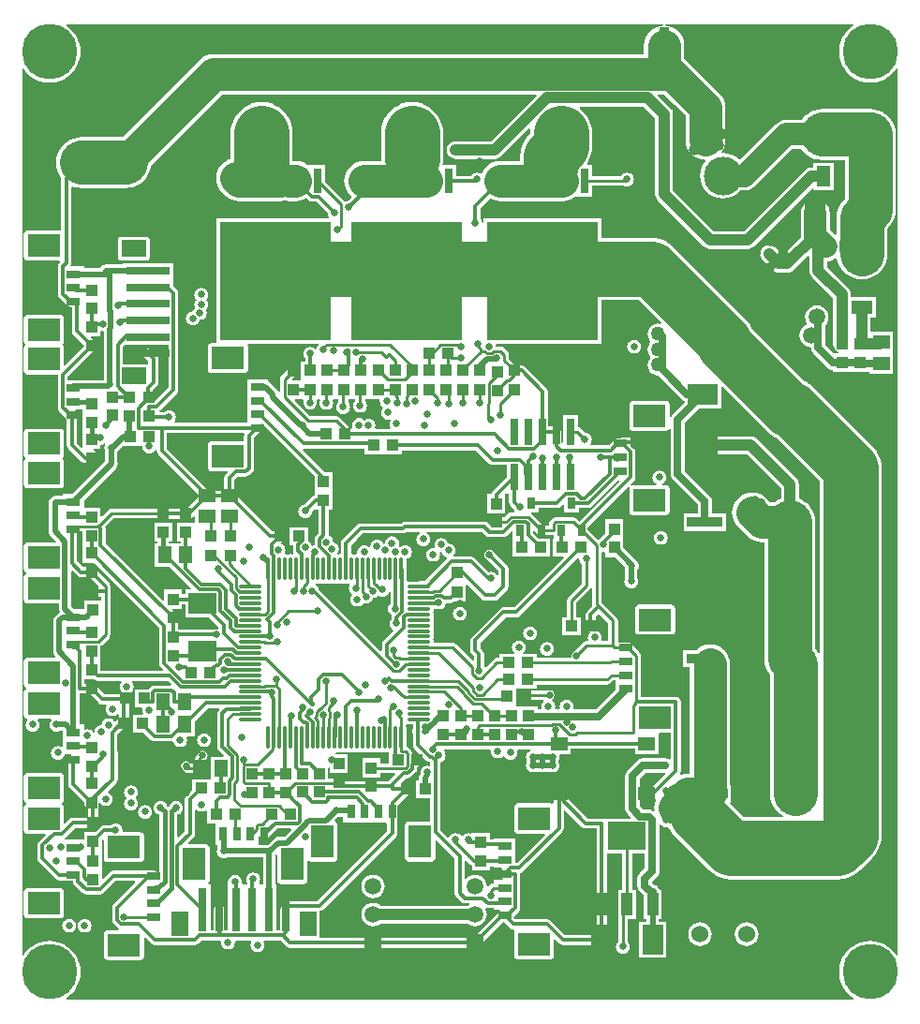
<source format=gtl>
%FSTAX23Y23*%
%MOIN*%
%SFA1B1*%

%IPPOS*%
%ADD10R,0.039370X0.043307*%
%ADD11R,0.043307X0.039370*%
%ADD12R,0.074803X0.106299*%
%ADD13R,0.125984X0.037401*%
%ADD14R,0.106299X0.074803*%
%ADD15R,0.037401X0.125984*%
%ADD16R,0.074409X0.048819*%
%ADD17R,0.048819X0.074409*%
%ADD18R,0.051181X0.031496*%
%ADD19R,0.031496X0.051181*%
%ADD20R,0.031496X0.094488*%
%ADD21R,0.157480X0.031496*%
%ADD22R,0.031496X0.157480*%
%ADD23R,0.051181X0.059055*%
%ADD24R,0.059055X0.051181*%
%ADD25R,0.029527X0.089960*%
%ADD26R,0.397440X0.421062*%
%ADD27R,0.061024X0.051181*%
%ADD28R,0.031496X0.039370*%
%ADD29O,0.011811X0.082677*%
%ADD30O,0.082677X0.011811*%
%ADD31R,0.137795X0.098425*%
%ADD32R,0.039370X0.078740*%
%ADD33R,0.102362X0.074803*%
%ADD34C,0.118110*%
%ADD35C,0.039370*%
%ADD36C,0.011811*%
%ADD37C,0.009843*%
%ADD38C,0.027559*%
%ADD39C,0.019685*%
%ADD40C,0.196850*%
%ADD41C,0.157480*%
%ADD42C,0.078740*%
%ADD43C,0.015748*%
%ADD44C,0.015000*%
%ADD45C,0.177165*%
%ADD46R,0.118110X0.082677*%
%ADD47R,0.082677X0.118110*%
%ADD48R,0.090551X0.059055*%
%ADD49R,0.059055X0.090551*%
%ADD50C,0.196850*%
%ADD51C,0.150000*%
%ADD52C,0.059055*%
%ADD53R,0.059055X0.059055*%
%ADD54C,0.137795*%
%ADD55C,0.025000*%
%ADD56C,0.060000*%
%ADD57C,0.040000*%
%ADD58C,0.027165*%
%ADD59C,0.050000*%
%ADD60C,0.023000*%
%LNninja_ecu_pcb-1*%
%LPD*%
G36*
X02107Y00959D02*
X02066Y00918D01*
X02037Y00889*
X01961*
X01959Y00892*
X01958Y00894*
X01959Y009*
X01958Y00906*
X01956Y00912*
X01952Y00917*
X01947Y00921*
X01941Y00923*
X01935Y00924*
X01928Y00923*
X01922Y00921*
X01917Y00917*
X01913Y00912*
X01911Y00906*
X0191Y009*
X01911Y00894*
X0191Y00892*
X01908Y00889*
X01896*
X01894Y00892*
X01893Y00894*
X01894Y009*
X01893Y00906*
X01891Y00912*
X01887Y00917*
X01883Y00919*
X01883Y00924*
X01884Y00925*
X01887Y00927*
X0189Y00933*
X01892Y0094*
X0189Y00946*
X01887Y00952*
X01881Y00955*
X01875Y00957*
X01795*
X01788Y00955*
X01782Y00952*
X01777Y00947*
X01774Y00941*
X01772Y00935*
X01774Y00928*
X01777Y00922*
X01783Y00919*
X0179Y00917*
X01796Y00919*
X01802Y00922*
X01802Y00922*
X01851*
X01853Y00917*
X01852Y00917*
X01848Y00912*
X01846Y00906*
X01845Y009*
X01846Y00894*
X01845Y00892*
X01843Y00889*
X01831*
Y009*
X0176*
X01756Y00903*
Y00963*
X01761*
X01828*
Y00977*
X02078*
X02084Y00979*
X0209Y00982*
X02102Y00994*
X02107*
Y00959*
G37*
G36*
X00202Y01523D02*
X00213D01*
Y01472*
Y01411*
X00252*
X00485Y01179*
Y01054*
X00486Y01047*
X0049Y01041*
X00499Y01032*
X00497Y01028*
X00276*
Y01062*
Y01115*
X00281Y01118*
X00307Y01144*
X0031Y01149*
X00312Y01156*
Y01299*
X00313Y01305*
X00312Y0131*
Y01328*
X0031Y01334*
X00307Y0134*
X0026Y01386*
X00257Y0139*
X00251Y01394*
X00245Y01396*
X00214*
X00193Y01417*
Y01517*
X00196Y01523*
X00197Y01524*
X00202Y01523*
G37*
G36*
X0027Y00912D02*
X00276Y00908D01*
X00283Y00906*
X00296*
X00298Y00902*
X00298Y00902*
X00296Y00896*
X00295Y0089*
X00296Y00883*
X00298Y00877*
X00302Y00872*
X00307Y00868*
X00313Y00866*
X0032Y00865*
X00326Y00866*
X00332Y00868*
X00336Y00872*
X00338Y00872*
X00341Y0087*
Y00857*
X0033Y00846*
X00325Y00847*
X00322Y00851*
X00317Y00855*
X00311Y00857*
X00304Y00858*
X00298Y00857*
X00292Y00855*
X00287Y00851*
X00283Y00846*
X00281Y0084*
X0028Y00834*
X0028Y00834*
X00273Y00833*
X00267Y00831*
X00262Y00827*
X00258Y00822*
X00256Y00816*
X00255Y0081*
X00251Y00807*
X0025Y00807*
X00247Y00812*
X00242Y00816*
X00236Y00818*
X0023Y00819*
X00223Y00818*
X00222Y00818*
X00217Y00821*
Y00835*
X00202*
Y00945*
X00237*
X0027Y00912*
G37*
G36*
X00258Y00993D02*
X00265Y00991D01*
X0035*
X00352Y00988*
X00352Y00986*
X00348Y00982*
X00346Y00976*
X00345Y0097*
X00346Y00963*
X00348Y00957*
X00352Y00952*
X00357Y00948*
X00359Y00948*
X00358Y00943*
X0029*
X00257Y00975*
X00251Y00979*
X00245Y00981*
X0022*
Y00996*
X00253*
X00258Y00993*
G37*
G36*
X0198Y01426D02*
X0198Y01425D01*
X01981Y01418*
X01983Y01412*
X01987Y01407*
X01987Y01407*
Y01337*
X01941Y0129*
X01937Y01284*
X01936Y01278*
Y01216*
X01919*
Y01153*
X01986*
Y01216*
X0197*
Y01271*
X02017Y01318*
X02019Y01321*
X02024Y0132*
Y01263*
X02025Y01256*
X02026Y01256*
X02007Y01237*
X02003Y01231*
X02001Y01225*
Y01185*
X02003Y01178*
X02007Y01172*
X02013Y01168*
X02016Y01167*
X02017Y01162*
X02013Y01157*
X02011Y01151*
X0201Y01145*
X02011Y01138*
X02011Y01137*
X02008Y01132*
X02005*
X01998Y0113*
X01992Y01127*
X01957Y01092*
X01954Y01086*
X01952Y0108*
X01953Y01077*
X01949Y01072*
X01828*
Y01086*
X01782*
X0178Y01091*
X01782Y01092*
X01786Y01097*
X01788Y01103*
X01789Y0111*
X01788Y01116*
X01786Y01122*
X01782Y01127*
X01777Y01131*
X01771Y01133*
X01765Y01134*
X01758Y01133*
X01752Y01131*
X01747Y01127*
X01743Y01122*
X01741Y01116*
X0174Y0111*
X01741Y01103*
X01743Y01097*
X01747Y01092*
X01749Y01091*
X01747Y01086*
X01694*
Y01072*
X01686*
X0168Y0107*
X01674Y01067*
X01648Y01041*
X01642Y01041*
X01641Y01041*
Y01086*
X0164Y01093*
X01636Y01098*
X01628Y01107*
Y01127*
X01717Y01216*
X01756*
X01763Y01218*
X01769Y01222*
X01975Y01428*
X0198Y01426*
G37*
G36*
X00194Y01365D02*
X002Y01361D01*
X00206Y0136*
X00238*
X00266Y01332*
X00264Y01328*
X0025*
X00243Y01326*
X00237Y01322*
X00233Y01316*
X00231Y0131*
X00233Y01303*
X00237Y01297*
X00243Y01293*
X0025Y01291*
X00277*
Y01276*
X00218*
Y0125*
X00217Y01245*
X00183*
X00171Y01257*
Y01381*
X00176Y01383*
X00194Y01365*
G37*
G36*
X01142Y01337D02*
X01149Y01335D01*
X01156Y01337*
X01156Y01337*
X01161Y01336*
X01163Y01331*
X01161Y01326*
X0116Y0132*
X01161Y01313*
X01163Y01307*
X01167Y01302*
X01169Y01301*
X01172Y01297*
X0117Y01294*
X01168Y01292*
X01166Y01286*
X01165Y0128*
X01166Y01273*
X01168Y01267*
X01172Y01262*
X01177Y01258*
X01183Y01256*
X0119Y01255*
X01196Y01256*
X01202Y01258*
X01207Y01262*
X01211Y01267*
X01211Y01268*
X01215Y01266*
X01221Y01265*
X01228Y01266*
X01233Y01269*
X01239Y01273*
X01242Y01278*
X01245Y01284*
X01245Y01285*
X01246Y01285*
X01252Y01286*
X01258Y01288*
X01263Y01292*
X01265Y01295*
X01267Y01293*
X01273Y01291*
X0128Y0129*
X01286Y01291*
X01292Y01293*
X01297Y01297*
X01301Y01302*
X01303Y01308*
X01308Y01307*
Y01265*
X01306Y01264*
X01303Y01259*
X013Y01253*
X01299Y01247*
X013Y01241*
X01303Y01235*
X01306Y0123*
X01312Y01226*
X01313Y01225*
X01313Y01225*
X01311Y01218*
Y01211*
X01308Y01207*
X01306Y01201*
X01305Y01195*
X01306Y01188*
X01308Y01182*
X01312Y01177*
X01316Y01174*
X01318Y01168*
X01282Y01133*
X01278Y01127*
X01277Y0112*
Y011*
X01272Y01098*
X01052Y01318*
X01051Y01322*
X01047Y01327*
X01042Y0133*
X01042Y01333*
X01042Y01336*
X01043Y01337*
X01044Y01337*
X0105Y01335*
X01057Y01337*
X0106Y01339*
X01063Y01337*
X0107Y01335*
X01077Y01337*
X0108Y01339*
X01083Y01337*
X0109Y01335*
X01097Y01337*
X011Y01339*
X01103Y01337*
X0111Y01335*
X01116Y01337*
X01119Y01339*
X01122Y01337*
X01129Y01335*
X01136Y01337*
X01139Y01339*
X01142Y01337*
G37*
G36*
X02082Y01197D02*
Y01132D01*
X02061*
X02058Y01137*
X02058Y01138*
X02059Y01145*
X02058Y01151*
X02056Y01157*
X02052Y01162*
X02047Y01166*
X02041Y01168*
X02036Y01169*
X02034Y01173*
X02034Y01174*
X02036Y01178*
X02038Y01185*
Y01217*
X0205Y0123*
X02082Y01197*
G37*
G36*
X00577Y01216D02*
X00663D01*
X00696Y01184*
Y01175*
X00692Y01172*
X0069Y01173*
X00553*
Y01215*
X00551Y01221*
X00547Y01227*
X00531Y01243*
X00533Y01248*
X00566*
Y01263*
X00577*
Y01216*
G37*
G36*
X0124Y00738D02*
X01247Y00737D01*
X01254Y00738*
X01257Y0074*
X0126Y00738*
X01267Y00737*
X01274Y00738*
X01277Y0074*
X0128Y00738*
X01287Y00737*
X01294Y00738*
X01297Y0074*
X01299Y00738*
X01301Y00738*
Y00696*
X01271*
Y00715*
X01208*
Y00648*
X01271*
Y00662*
X01322*
X01324Y00657*
X01302Y00635*
X013Y00633*
X01147*
X01137Y00642*
X01131Y00646*
X01125Y00648*
X01118Y00646*
X01115Y00644*
X01086*
Y0068*
X01091Y00683*
X01093Y00682*
Y00663*
X01156*
Y0073*
X01113*
X01112Y0073*
X01112Y00731*
X01111Y00731*
X01111Y00731*
X01111Y00732*
X01115Y00738*
X01116Y00738*
X01119Y0074*
X01122Y00738*
X01129Y00737*
X01136Y00738*
X01139Y0074*
X01142Y00738*
X01149Y00737*
X01156Y00738*
X01159Y0074*
X01162Y00738*
X01169Y00737*
X01175Y00738*
X01178Y0074*
X01181Y00738*
X01188Y00737*
X01195Y00738*
X01198Y0074*
X01201Y00738*
X01208Y00737*
X01215Y00738*
X01218Y0074*
X01221Y00738*
X01228Y00737*
X01235Y00738*
X01237Y0074*
X0124Y00738*
G37*
G36*
X00622Y00528D02*
X00628Y00526D01*
X00635Y00525*
X00641Y00526*
X00647Y00528*
X00649Y0053*
X00654Y00528*
Y00483*
X0068*
X00685Y00482*
Y00407*
X00693*
Y00395*
X00691Y00391*
X0069Y00385*
X00691Y00378*
X00693Y00372*
X00697Y00367*
X00702Y00363*
X00708Y00361*
X00715Y0036*
X00721Y00361*
X00725Y00363*
X00854*
Y00267*
X00848*
X00844*
X00841Y00271*
X00841Y00272*
X00841Y00272*
X00843Y00278*
X00844Y00285*
X00843Y00291*
X00841Y00297*
X00837Y00302*
X00832Y00306*
X00826Y00308*
X0082Y00309*
X00813Y00308*
X00807Y00306*
X00802Y00302*
X00798Y00297*
X00796Y00291*
X00795Y00285*
X00796Y00278*
X00798Y00272*
X00798Y00272*
Y00267*
X00789*
X00785*
X00781Y00269*
X00779Y00272*
X00779Y00275*
X00778Y00282*
X00776Y00287*
X00772Y00293*
X00767Y00296*
X00761Y00299*
X00755Y003*
X00748Y00299*
X00742Y00296*
X00737Y00293*
X00733Y00287*
X00731Y00282*
X0073Y00275*
X0073Y00272*
X0073Y00267*
Y00103*
X00717*
X00716Y00103*
Y00176*
X00715Y00183*
X00711Y00189*
X00705Y00193*
X00698Y00195*
X00691Y00193*
X00686Y00189*
X00682Y00183*
X0068Y00176*
Y00103*
X00667*
Y00267*
X00662*
X0066Y00272*
X00663Y00276*
X00664Y00281*
Y00399*
X00663Y00403*
X0066Y00407*
X00656Y0041*
X00652Y00411*
X0059*
X00588Y00415*
X00607Y00435*
X00611Y00441*
X00613Y00448*
Y0053*
X00616Y00532*
X00618Y00532*
X00622Y00528*
G37*
G36*
X0114Y00487D02*
X01293D01*
X01296Y00484*
Y00457*
X01047Y00208*
X00948*
X00941Y00206*
X00935Y00202*
X00922Y00189*
X00918Y00183*
X00916Y00176*
Y00103*
X00903*
Y00267*
X00897*
Y0037*
X009Y00372*
X00905Y0037*
Y00281*
X00906Y00276*
X00908Y00272*
X00912Y00269*
X00917Y00268*
X01*
X01004Y00269*
X01008Y00272*
X01011Y00276*
X01012Y00281*
Y00349*
X01012Y0035*
X01017Y00351*
X01019Y00349*
X01024Y00348*
X01107*
X01111Y00349*
X01115Y00352*
X01118Y00356*
X01119Y00361*
Y00479*
X01118Y00483*
X01115Y00487*
X01112Y00489*
X0111Y00495*
X01122Y00506*
X01125Y00508*
X0114*
Y00487*
G37*
G36*
X0199Y0047D02*
X01996Y00466D01*
X02003Y00465*
X02041*
Y00195*
Y00088*
X01928*
X01879Y00137*
X01873Y00141*
X01866Y00143*
X01752*
X01744Y00151*
X01764Y00171*
X01768Y00177*
X01769Y00184*
Y00303*
X01768Y00307*
X01772Y00308*
X01777Y00312*
X01919Y00454*
X01923Y0046*
X01925Y00467*
Y00529*
X01929Y00531*
X0199Y0047*
G37*
G36*
X01592Y00337D02*
X01598Y00333D01*
X01598Y00333*
Y00316*
X01661*
Y00331*
X01676*
Y00325*
X01703*
X01705Y0032*
X01701Y00316*
X01697Y0031*
X01695Y00303*
X01697Y00296*
X01701Y00291*
X01707Y00287*
X01706Y00282*
X01676*
Y00271*
X01675*
X01668Y0027*
X01663Y00266*
X01656Y00259*
X01656Y00259*
X01651Y00261*
X0165Y0027*
X01646Y0028*
X01639Y00289*
X0163Y00296*
X0162Y003*
X0161Y00301*
X01599Y003*
X01589Y00296*
X0158Y00289*
X01578Y00286*
X01573Y00287*
Y00349*
X01577Y00351*
X01592Y00337*
G37*
G36*
X00955Y0046D02*
X00931Y00436D01*
X0091*
X00905Y00436*
X00902Y00435*
X00899Y00433*
X00895Y0043*
X00871Y00406*
X00843*
X00838Y00407*
Y00437*
X00843Y00438*
X00847Y00432*
X00853Y00428*
X0086Y00426*
X00866Y00428*
X00872Y00432*
X00905Y00465*
X00953*
X00955Y0046*
G37*
G36*
X01373Y00835D02*
X01388D01*
Y00822*
X01386Y00815*
Y00805*
X01388Y00799*
Y00763*
X01389Y00756*
X01393Y00751*
X01422Y00721*
X01436Y00708*
X01441Y00704*
X01448Y00703*
X0145Y007*
Y00691*
X01447Y00689*
X01445Y00688*
X0144Y00689*
X01433Y00688*
X01427Y00686*
X01422Y00682*
X01418Y00677*
X01416Y00671*
X01415Y00665*
X01415Y00661*
X01413Y00657*
X0141Y00652*
X0141Y00646*
Y00636*
X01398*
Y00573*
X0145*
Y00491*
X01372*
X01367Y0049*
X01363Y00487*
X01361Y00483*
X0136Y00479*
Y00361*
X01361Y00356*
X01363Y00352*
X01367Y00349*
X01372Y00348*
X01455*
X01459Y00349*
X01463Y00352*
X01466Y00356*
X01467Y00361*
Y00422*
X01471Y00424*
X01536Y00359*
Y00235*
X01538Y00228*
X01542Y00222*
X01558Y00205*
X01564Y00201*
X01571Y002*
X01587*
X01587Y00198*
X01588Y00195*
X01583Y00191*
X01272*
X01267Y00196*
X01257Y002*
X01246Y00201*
X01235Y002*
X01225Y00196*
X01216Y00189*
X0121Y0018*
X01205Y0017*
X01204Y0016*
X01205Y00149*
X0121Y00139*
X01216Y0013*
X01225Y00123*
X01235Y00119*
X01246Y00118*
X01257Y00119*
X01267Y00123*
X01272Y00128*
X01583*
X01589Y00123*
X01599Y00119*
X0161Y00118*
X0162Y00119*
X0163Y00123*
X01639Y0013*
X01646Y00139*
X0165Y00149*
X01651Y0016*
X0165Y0017*
X01646Y00179*
X01649Y00183*
X0165Y00183*
X01654Y00182*
X01676*
Y00177*
X01695*
X01698Y00172*
X01698Y00172*
X01693Y00168*
X01602Y00078*
X01058*
X01056Y00081*
Y00171*
X01056Y00172*
X01061Y00173*
X01067Y00177*
X01327Y00437*
X01331Y00443*
X01333Y0045*
Y00525*
Y00547*
X01377Y00592*
X01381Y00598*
X01383Y00605*
X01381Y00611*
X01377Y00617*
X01371Y00621*
X01365Y00623*
X01347*
X01345Y00627*
X01361Y00644*
X01368*
X01375Y00645*
X0138Y00649*
X01397Y00666*
X01401Y00671*
X01402Y00678*
Y00684*
X01414Y00697*
X01418Y00703*
X01419Y0071*
X01418Y00716*
X01414Y00722*
X01408Y00726*
X01401Y00728*
X01395Y00726*
X01389Y00723*
X01386Y00723*
X01384Y00724*
Y00734*
X01383Y0074*
X01379Y00746*
X01373Y00752*
X01367Y00756*
X01364Y00757*
Y00826*
X01363Y00831*
Y00833*
X01368Y00836*
X01373Y00835*
G37*
G36*
X02305Y00713D02*
X023Y0071D01*
X02297Y00712*
X02291Y00714*
X02285Y00715*
X02205*
X02198Y00714*
X02192Y00712*
X02186Y00708*
X02151Y00672*
X02147Y00667*
X02144Y00661*
X02143Y00654*
Y00535*
X02144Y00528*
X02147Y00522*
X02151Y00517*
X02163Y00504*
X02161Y005*
X02069*
X02065Y005*
X0206Y00501*
X02011*
X01925Y00587*
Y0059*
X01923Y00596*
X01919Y00602*
X01913Y00606*
X01907Y00608*
X019Y00606*
X01894Y00602*
X0189Y00596*
X01888Y0059*
Y00555*
X01883Y00553*
X01882Y00554*
X01878Y00555*
X01759*
X01755Y00554*
X01751Y00551*
X01748Y00547*
X01747Y00543*
Y0046*
X01748Y00455*
X01751Y00451*
X01755Y00449*
X01759Y00448*
X01856*
X01858Y00443*
X01757Y00343*
X01751*
Y00374*
Y00429*
X01676*
Y00428*
X01661*
Y0045*
X01598*
X01593Y00447*
X01591Y00448*
X01585Y00449*
X01578Y00448*
X01572Y00446*
X01567Y00442*
X01565Y00439*
X01565Y00439*
X01559*
X01559Y00439*
X01557Y00442*
X01552Y00446*
X01546Y00448*
X0154Y00449*
X01533Y00448*
X01527Y00446*
X01522Y00442*
X01518Y00437*
X01518Y00436*
X01512Y00434*
X01486Y00461*
Y00647*
X01486Y0065*
Y00701*
X01492Y00703*
X01497Y00707*
X01501Y00712*
X01503Y00718*
X01504Y00725*
X01503Y00731*
X01501Y00737*
X01497Y00742*
X01495Y00743*
X01497Y00748*
X01662*
X01665Y00743*
X01665Y0074*
X01666Y00733*
X01668Y00727*
X01672Y00722*
X01677Y00718*
X01683Y00716*
X0169Y00715*
X01696Y00716*
X01702Y00718*
X01707Y00722*
X01708Y00723*
X01713Y00722*
X01713Y00722*
X01717Y00717*
X01722Y00713*
X01728Y00711*
X01735Y0071*
X01741Y00711*
X01747Y00713*
X01752Y00717*
X01756Y00722*
X01758Y00728*
X01759Y00735*
X01758Y00741*
X01757Y00743*
X01761Y00748*
X01805*
X01806Y00743*
X01802Y00741*
X01797Y00737*
X01793Y00732*
X01791Y00726*
X0179Y0072*
X01791Y00714*
X01793Y00709*
Y007*
X01791Y00696*
X0179Y0069*
X01791Y00683*
X01793Y00677*
X01797Y00672*
X01802Y00668*
X01808Y00666*
X01815Y00665*
X01821Y00666*
X01825Y00668*
X01839*
X01843Y00666*
X0185Y00665*
X01856Y00666*
X0186Y00668*
X01874*
X01878Y00666*
X01885Y00665*
X01891Y00666*
X01897Y00668*
X01902Y00672*
X01906Y00677*
X01908Y00683*
X01909Y0069*
X01908Y00696*
X01906Y007*
Y00709*
X01908Y00714*
X01909Y0072*
X01908Y00724*
X01912Y00729*
X01949*
Y00749*
X02177*
Y00729*
X02262*
Y00804*
X02266Y00807*
X02305*
Y00713*
G37*
G36*
X00527Y00979D02*
X00525Y00974D01*
X00469*
X00462Y00973*
X00456Y00969*
X00449Y00962*
X00449Y00961*
X00398*
Y00898*
X00423*
X00426Y00894*
X00426Y00893*
X00425Y00887*
X00426Y00881*
X00428Y00876*
X00425Y00871*
X00393*
Y00808*
X00429*
X00456Y0078*
X00462Y00776*
X00469Y00775*
X0053*
X00533Y00775*
X00536Y00773*
X00538Y00767*
X00542Y00762*
X00547Y00758*
X00553Y00756*
X0056Y00755*
X00566Y00756*
X00572Y00758*
X00577Y00762*
X00581Y00767*
X00583Y00773*
X00584Y0078*
X00583Y00786*
X00582Y00788*
X00586Y00793*
X00612*
Y00846*
X0066Y00894*
X00697*
X00699Y0089*
X00697Y00887*
X00693Y00881*
X00691Y00875*
Y00756*
X00693Y0075*
X00697Y00744*
X00715Y00725*
X00713Y00721*
X00667*
Y00641*
X00601*
Y00602*
X00582Y00582*
X00578Y00576*
X00576Y0057*
Y00455*
X00555Y00433*
X0055Y00435*
Y00515*
X00551Y00515*
X00557Y00517*
X00562Y00521*
X00566Y00526*
X00568Y00532*
X00569Y00539*
X00568Y00545*
X00566Y00551*
X00562Y00556*
X00557Y0056*
X00551Y00562*
X00545Y00563*
X00538Y00562*
X00532Y0056*
X00527Y00556*
X00523Y00551*
X00521Y00545*
X00521Y00544*
X00517Y00542*
X00513Y00544*
X00513Y00545*
X00511Y00551*
X00507Y00556*
X00502Y0056*
X00496Y00562*
X0049Y00563*
X00483Y00562*
X00477Y0056*
X00472Y00556*
X00468Y00551*
X00466Y00545*
X00465Y00539*
X00466Y00532*
X00468Y00526*
X00472Y00521*
X00477Y00517*
X00483Y00515*
X00484Y00515*
Y00309*
X00479Y00307*
X00477Y0031*
X00471Y00314*
X00465Y00315*
X00322*
X00315Y00314*
X00309Y0031*
X00286Y00286*
X00281Y00288*
Y00316*
Y00383*
Y00386*
Y00425*
X00284Y00427*
X00288Y00424*
Y00358*
X00289Y00353*
X00292Y00349*
X00296Y00346*
X00301Y00345*
X00419*
X00423Y00346*
X00427Y00349*
X0043Y00353*
X00431Y00358*
Y0044*
X0043Y00445*
X00427Y00449*
X00423Y00451*
X00419Y00452*
X00358*
X00354Y00457*
X00354Y0046*
X00353Y00466*
X00351Y00472*
X00347Y00477*
X00342Y00481*
X00336Y00483*
X0033Y00484*
X00323Y00483*
X00317Y00481*
X00313Y00478*
X0029*
X00283Y00476*
X00277Y00472*
X00257Y00453*
X00218*
Y0043*
X00217Y00425*
X00148*
X00147Y0043*
X00151Y00433*
X00186Y00468*
X0025*
X00256Y0047*
X00262Y00474*
X00266Y0048*
X00268Y00486*
Y00553*
X00267Y00557*
X00268Y00558*
X00273Y00557*
X00273Y00557*
X00277Y00552*
X00282Y00548*
X00288Y00546*
X00295Y00545*
X00301Y00546*
X00307Y00548*
X00312Y00552*
X00316Y00557*
X00318Y00563*
X00319Y0057*
X00318Y00576*
X00316Y00582*
X00312Y00587*
X00307Y00591*
X00303Y00592*
X00302Y00598*
X00332Y00628*
X00336Y00634*
X00337Y00641*
Y0074*
X00336Y00743*
Y00801*
X00372Y00837*
X00376Y00843*
X00378Y0085*
Y00925*
X00376Y00931*
X00372Y00937*
X00368Y0094*
X00369Y00945*
X0037Y00945*
X00376Y00946*
X00382Y00948*
X00387Y00952*
X00391Y00957*
X00393Y00963*
X00394Y0097*
X00393Y00976*
X00391Y00982*
X00387Y00986*
X00387Y00988*
X00389Y00991*
X00515*
X00527Y00979*
G37*
G36*
X02285Y00663D02*
X02286Y00659D01*
X02235Y00608*
X0222*
X02213Y00606*
X02207Y00602*
X02203Y00596*
X02201Y0059*
X02203Y00583*
X02207Y00577*
X02213Y00573*
X0222Y00571*
X02243*
X02249Y00573*
X0225Y00572*
X02253Y00569*
X02252Y00567*
X02248Y00553*
X02246Y00539*
X02247Y00531*
X02242Y00528*
X0224Y0053*
X02234Y00533*
X02227Y00533*
X02207*
X02195Y00545*
Y00644*
X02215Y00664*
X02284*
X02285Y00663*
G37*
G36*
X00213Y01949D02*
Y01944D01*
Y01877*
Y01823*
X00208Y01821*
X00193Y01837*
Y01922*
X00196Y01928*
X00198Y01935*
X00196Y01941*
X00192Y01947*
X00186Y01951*
X00187Y01956*
X00213*
Y01949*
G37*
G36*
X00425Y01825D02*
X00426Y01818D01*
X00428Y01812*
X00432Y01807*
X00437Y01803*
X00443Y01801*
X0045Y018*
X00456Y01801*
X00462Y01803*
X00467Y01807*
X00471Y01812*
X00471Y01814*
X00476Y01813*
Y01809*
X00478Y01802*
X00482Y01797*
X00629Y01649*
X00584Y01604*
X005*
X00494Y01603*
X00315*
X00308Y01602*
X00303Y01598*
X00281Y01576*
X00276Y01578*
Y01606*
X00217*
Y01634*
X00331Y01748*
X00334Y01753*
X00336Y01758*
X00337Y01764*
X00336Y01769*
X00336Y0177*
Y01808*
X00356Y01828*
X00416*
X00422*
X00425Y01825*
G37*
G36*
X02119Y01705D02*
X02121Y017D01*
X01979Y01558*
X01971Y01567*
X01965Y01571*
X01959Y01572*
X01894*
X01888Y01571*
X01882Y01567*
X01876Y01561*
X01872Y01555*
X01871Y01549*
Y01543*
X01851*
X01809Y01585*
X01807Y01586*
X01809Y01591*
X01834*
Y01605*
X019*
X01907Y01606*
X01912Y0161*
X0192Y01617*
X01924Y01616*
Y01591*
X01979*
Y01605*
X02011*
X02018Y01606*
X02024Y0161*
X02119Y01705*
X02119Y01705*
G37*
G36*
X00788Y01868D02*
X00786Y01863D01*
Y01844*
X00671*
X00666Y01843*
X00662Y01841*
X00659Y01837*
X00658Y01832*
Y0175*
X00659Y01745*
X00662Y01741*
X00666Y01738*
X00671Y01737*
X00727*
X00729Y01733*
X00722Y01726*
X00718Y0172*
X00716Y01713*
Y01667*
X00662*
X00513Y01817*
Y01873*
X00785*
X00788Y01868*
G37*
G36*
X0127Y01989D02*
X0127Y01985D01*
X01271Y01979*
X01273Y01973*
X01277Y01968*
X01279Y01966*
X01282Y01963*
X0128Y01959*
X01278Y01957*
X01276Y01951*
X01275Y01945*
X01276Y01938*
X01278Y01932*
X01282Y01927*
X01287Y01923*
X01293Y01921*
X013Y0192*
X01305Y01921*
X01307Y01919*
X01308Y01916*
X01306Y01911*
X01305Y01905*
X01306Y01898*
X01308Y01892*
X01308Y01892*
X01306Y01888*
X01255*
X01253Y01892*
X01253Y01893*
X01254Y019*
X01253Y01906*
X01251Y01912*
X01247Y01917*
X01242Y01921*
X01236Y01923*
X0123Y01924*
X01223Y01923*
X01217Y01921*
X01214Y01918*
X01213Y01918*
X01208Y01922*
X01202Y01925*
X01196Y01925*
X0119Y01925*
X01184Y01922*
X01179Y01918*
X01175Y01913*
X01172Y01907*
X01171Y01901*
X01172Y01895*
X01173Y01893*
X0117Y01888*
X01161*
X0116Y01891*
X01157Y01897*
X01127Y01927*
X01121Y0193*
X01115Y01932*
X01023*
X00967Y01988*
X00969Y01992*
X00993*
X00995Y01992*
X00998Y01987*
X00997Y01981*
X00998Y01975*
X01001Y01969*
X01005Y01964*
X0101Y0196*
X01014Y01958*
X01015Y01957*
X01022Y01956*
X01028Y01957*
X01029Y01958*
X01034Y0196*
X01039Y01964*
X01043Y01969*
X01046Y01975*
X01046Y01981*
X01046Y01987*
X01045Y01989*
X01048Y01994*
X01054*
X01057Y01989*
X01056Y01986*
X01055Y0198*
X01056Y01973*
X01058Y01967*
X01062Y01962*
X01067Y01958*
X01073Y01956*
X0108Y01955*
X01086Y01956*
X01092Y01958*
X01097Y01962*
X01101Y01967*
X01103Y01973*
X01104Y0198*
X01103Y01986*
X01102Y01989*
X01105Y01994*
X01122*
Y01982*
X01122Y01982*
X01118Y01977*
X01116Y01971*
X01115Y01965*
X01116Y01958*
X01118Y01952*
X01122Y01947*
X01127Y01943*
X01133Y01941*
X0114Y0194*
X01146Y01941*
X01152Y01943*
X01157Y01947*
X01161Y01952*
X01163Y01958*
X01164Y01965*
X01163Y01971*
X01161Y01977*
X01157Y01982*
X01157Y01982*
Y01994*
X01182*
Y01987*
X01182Y01987*
X01178Y01982*
X01176Y01976*
X01175Y0197*
X01176Y01963*
X01178Y01957*
X01182Y01952*
X01187Y01948*
X01193Y01946*
X012Y01945*
X01206Y01946*
X01212Y01948*
X01217Y01952*
X01221Y01957*
X01223Y01963*
X01224Y0197*
X01223Y01976*
X01221Y01982*
X01217Y01987*
X01217Y01987*
Y01994*
X01267*
X0127Y01989*
G37*
G36*
X00285Y02235D02*
X00288Y02232D01*
Y02061*
X0018*
X00177Y0206*
X0016*
Y02073*
X00257Y0217*
X00261Y02176*
X00263Y02183*
X00261Y02189*
X00257Y02195*
X00241Y02211*
X00243Y02216*
X00276*
Y02232*
X00281Y02235*
X00285Y02235*
G37*
G36*
X02271Y02265D02*
X0227Y02262D01*
X02268Y0226*
X0226Y02262*
X0225Y0226*
X02241Y02257*
X02233Y02251*
X02227Y02243*
X02224Y02234*
X02222Y02225*
X02224Y02215*
X02227Y02206*
X02233Y02198*
Y02196*
X02227Y02188*
X02224Y02179*
X02222Y0217*
X02224Y0216*
X02227Y02151*
X02231Y02146*
X02233Y02142*
X02231Y02138*
X02227Y02133*
X02224Y02124*
X02222Y02115*
X02224Y02105*
X02227Y02096*
X02233Y02088*
X02241Y02082*
X0225Y02079*
X0226Y02077*
X0226Y02077*
X02345Y01992*
X0235Y01988*
X02354Y01987*
X02354Y01982*
X02311Y01939*
X02307Y01934*
X02306Y0193*
X02301Y01931*
Y01976*
X023Y0198*
X02297Y01984*
X02293Y01987*
X02289Y01988*
X0217*
X02166Y01987*
X02162Y01984*
X02159Y0198*
X02158Y01976*
Y01893*
X02159Y01888*
X02162Y01884*
X02166Y01882*
X0217Y01881*
X02289*
X02293Y01882*
X02297Y01884*
X02299Y01887*
X02304Y01885*
Y01726*
X02305Y0172*
X02307Y01713*
X02311Y01708*
X02401Y01619*
Y01585*
X02352*
Y01524*
X02501*
Y01585*
X02452*
Y0163*
X02451Y01636*
X02449Y01642*
X02445Y01648*
X02355Y01737*
Y0191*
X02407Y01961*
X02484*
Y02035*
X02489Y02037*
X02647Y01879*
X02661Y01868*
X02675Y01858*
X02679Y01857*
X02834Y01702*
Y01091*
X02829Y0109*
X02829Y01091*
X02821Y01103*
X02818Y01106*
Y01537*
X02819Y0154*
X0282Y01555*
X02819Y01569*
X02816Y01583*
X0281Y01596*
X02803Y01608*
X02794Y01619*
X02783Y01628*
X02771Y01635*
X02761Y01639*
Y0169*
X0276Y01698*
X02757Y01705*
X02752Y01712*
X02612Y01852*
X02605Y01857*
X02598Y0186*
X0259Y01861*
X0242*
X02411Y0186*
X02404Y01857*
X02397Y01852*
X02392Y01845*
X02389Y01838*
X02388Y0183*
X02389Y01821*
X02392Y01814*
X02397Y01807*
X02404Y01802*
X02411Y01799*
X0242Y01798*
X02576*
X02698Y01676*
Y01639*
X02688Y01635*
X02676Y01628*
X02673Y01626*
X02659*
X02645Y0164*
X02634Y01649*
X02622Y01655*
X02608Y01659*
X02595Y01661*
X02581Y01659*
X02567Y01655*
X02555Y01649*
X02544Y0164*
X02535Y01629*
X02529Y01617*
X02525Y01603*
X02523Y0159*
X02525Y01576*
X02529Y01562*
X02535Y0155*
X02544Y01539*
X02579Y01504*
Y01504*
X0259Y01495*
X02602Y01489*
X02616Y01485*
X0263Y01483*
X02637*
Y0107*
X02638Y01055*
X02641Y01041*
X02647Y01028*
X02654Y01016*
X02657Y01013*
Y0059*
X02658Y00575*
X02661Y00561*
X02667Y00548*
X02674Y00536*
X02683Y00525*
X02694Y00516*
X02704Y0051*
X02703Y00505*
X02565*
X02516Y00554*
X02518Y00559*
X02519*
Y0062*
X02516*
Y0105*
X02514Y01063*
X0251Y01077*
X02504Y01089*
X02499Y01094*
Y011*
X02495*
X02484Y01109*
X02472Y01115*
X02458Y01119*
X02445Y01121*
X02431Y01119*
X02417Y01115*
X02405Y01109*
X02394Y011*
X0235*
Y01039*
X02373*
Y00661*
X02365*
X02351Y00659*
X02341Y00656*
X02338Y00661*
X02339Y00663*
X02341Y0067*
Y00916*
X02339Y00923*
X02335Y00929*
X0233Y00933*
X02323Y00934*
X02198*
Y01081*
X02197Y01087*
X02193Y01093*
X02164Y01122*
X02159Y01125*
X02152Y01127*
X02117*
Y01205*
X02115Y01211*
X02112Y01217*
X02065Y01263*
X02062Y01267*
X02058Y0127*
Y01446*
X02063Y0145*
X02065Y0145*
X02068Y0145*
X02073Y01447*
Y01431*
X02107*
X02143Y01395*
X02143Y01395*
Y01355*
X02141Y01351*
X0214Y01345*
X02141Y01338*
X02143Y01332*
X02147Y01327*
X02152Y01323*
X02158Y01321*
X02165Y0132*
X02171Y01321*
X02177Y01323*
X02182Y01327*
X02186Y01332*
X02188Y01338*
X02189Y01345*
X02188Y01351*
X02186Y01355*
Y01386*
X02188Y01389*
X02191Y01394*
X02191Y014*
X02191Y01405*
X02188Y0141*
X02185Y01415*
X02136Y01464*
Y01498*
Y01565*
X02073*
Y01517*
X02052Y01495*
X02052Y01495*
X02047Y01492*
X02046Y01492*
X02008Y0153*
Y01535*
X02155Y01683*
X02159Y0168*
X02158Y01676*
Y01593*
X02159Y01588*
X02162Y01584*
X02166Y01582*
X0217Y01581*
X02289*
X02293Y01582*
X02297Y01584*
X023Y01588*
X02301Y01593*
Y01676*
X023Y0168*
X02297Y01684*
X02293Y01687*
X02289Y01688*
X02276*
X02275Y01693*
X02277Y01693*
X02282Y01697*
X02286Y01702*
X02288Y01708*
X02289Y01715*
X02288Y01721*
X02286Y01727*
X02282Y01732*
X02277Y01736*
X02271Y01738*
X02265Y01739*
X02258Y01738*
X02252Y01736*
X02247Y01732*
X02243Y01727*
X02241Y01721*
X0224Y01715*
X02241Y01708*
X02243Y01702*
X02247Y01697*
X02252Y01693*
X02254Y01693*
X02253Y01688*
X0217*
X02166Y01687*
X02163Y01691*
X02175Y01703*
X02179Y01708*
X0218Y01715*
Y01806*
X02179Y01813*
X02176Y01816*
X02179Y01821*
X0219*
X02196Y01823*
X02202Y01827*
X02206Y01833*
X02208Y0184*
X02206Y01846*
X02202Y01852*
X02196Y01856*
X0219Y01858*
X02138*
X02132Y01856*
X02126Y01853*
X02116*
X02109Y01851*
X02103Y01847*
X02085Y01829*
X02021*
X02018Y01834*
X02021Y01837*
X02023Y01843*
X02024Y0185*
X02023Y01856*
X02021Y01862*
X02017Y01867*
X02012Y01871*
X02006Y01873*
X02Y01874*
X01999Y01874*
X01984Y0189*
X01978Y01893*
X01976Y01894*
Y01937*
X01921*
Y0184*
X01916Y01838*
X01915Y01838*
Y01878*
X01913Y01884*
X01909Y0189*
X01903Y01894*
X01897Y01896*
X01867*
Y02021*
X01865Y02027*
X01861Y02033*
X01787Y02107*
X01781Y02111*
X01775Y02113*
X01753*
X01729Y02136*
Y0215*
X01728Y02156*
X01724Y02162*
X01711Y02175*
X01705Y02179*
X01699Y0218*
X01683*
X01683Y02186*
X01683Y02188*
X01685Y02191*
X0206*
Y02347*
X02189*
X02271Y02265*
G37*
G36*
X02955Y03323D02*
X0295Y03319D01*
X02936Y03308*
X02925Y03294*
X02916Y0328*
X02909Y03264*
X02905Y03247*
X02904Y0323*
X02905Y03212*
X02909Y03195*
X02916Y03179*
X02925Y03165*
X02936Y03151*
X0295Y0314*
X02964Y03131*
X0298Y03124*
X02997Y0312*
X03015Y03119*
X03032Y0312*
X03049Y03124*
X03065Y03131*
X03079Y0314*
X03093Y03151*
X03104Y03165*
X03108Y0317*
X03112Y03169*
Y00015*
X03108Y00014*
X03104Y00019*
X03093Y00033*
X03079Y00044*
X03065Y00053*
X03049Y0006*
X03032Y00064*
X03015Y00065*
X02997Y00064*
X0298Y0006*
X02964Y00053*
X0295Y00044*
X02936Y00033*
X02925Y00019*
X02916Y00005*
X02909Y-0001*
X02905Y-00027*
X02904Y-00045*
X02905Y-00062*
X02909Y-00079*
X02916Y-00095*
X02925Y-00109*
X02936Y-00123*
X0295Y-00134*
X02955Y-00138*
X02954Y-00142*
X00155*
X00154Y-00138*
X00159Y-00134*
X00173Y-00123*
X00184Y-00109*
X00193Y-00095*
X002Y-00079*
X00204Y-00062*
X00205Y-00045*
X00204Y-00027*
X002Y-0001*
X00193Y00005*
X00184Y00019*
X00173Y00033*
X00159Y00044*
X00145Y00053*
X00129Y0006*
X00112Y00064*
X00095Y00065*
X00077Y00064*
X0006Y0006*
X00044Y00053*
X0003Y00044*
X00016Y00033*
X00005Y00019*
X00001Y00014*
X-00002Y00015*
Y03169*
X00001Y0317*
X00005Y03165*
X00016Y03151*
X0003Y0314*
X00044Y03131*
X0006Y03124*
X00077Y0312*
X00095Y03119*
X00112Y0312*
X00129Y03124*
X00145Y03131*
X00159Y0314*
X00173Y03151*
X00184Y03165*
X00193Y03179*
X002Y03195*
X00204Y03212*
X00205Y0323*
X00204Y03247*
X002Y03264*
X00193Y0328*
X00184Y03294*
X00173Y03308*
X00159Y03319*
X00154Y03323*
X00155Y03327*
X02279*
X02279Y03322*
X02279Y03322*
X02267Y03321*
X02254Y03317*
X02242Y03311*
X02231Y03302*
X02222Y03291*
X02216Y03279*
X02212Y03265*
X0221Y03251*
Y03221*
X0068*
X00666Y0322*
X00652Y03215*
X0064Y03209*
X00629Y032*
X00355Y02925*
X0021*
X00195Y02924*
X00181Y02921*
X00168Y02915*
X00156Y02908*
X00145Y02899*
X00136Y02888*
X00129Y02876*
X00123Y02863*
X0012Y02849*
X00119Y02835*
X0012Y0282*
X00123Y02806*
X00129Y02793*
X00136Y02781*
X00137Y0278*
X00136Y0278*
Y02596*
X00134Y02593*
X00016*
X00011Y02592*
X00007Y0259*
X00004Y02586*
X00003Y02581*
Y02499*
X00004Y02494*
X00007Y0249*
X00011Y02487*
X00016Y02486*
X0013*
X00132Y02481*
X00129Y02478*
X00125Y02472*
X00124Y02466*
Y02368*
X00125Y02361*
X00129Y02355*
X00158Y02327*
X00164Y02323*
X00171Y02321*
X00172*
X00175Y02319*
Y02235*
X00176Y02228*
X0018Y02222*
X00219Y02183*
X0015Y02114*
X00146Y02116*
Y02176*
X00145Y02181*
X00142Y02185*
Y0219*
X00145Y02194*
X00146Y02199*
Y02281*
X00145Y02286*
X00142Y0229*
X00138Y02292*
X00134Y02293*
X00016*
X00011Y02292*
X00007Y0229*
X00004Y02286*
X00003Y02281*
Y02199*
X00004Y02194*
X00007Y0219*
Y02185*
X00004Y02181*
X00003Y02176*
Y02094*
X00004Y02089*
X00007Y02085*
X00011Y02082*
X00016Y02081*
X00123*
X00124Y0208*
Y01963*
X00125Y01956*
X00129Y0195*
X00156Y01923*
Y0183*
X00158Y01823*
X00162Y01817*
X00209Y0177*
X00215Y01766*
X00221Y01765*
X00245*
X00251Y01766*
X00257Y0177*
X00261Y01776*
X00263Y01783*
Y01795*
X00261Y01801*
X00257Y01807*
X00252Y01811*
X00252Y01811*
X00253Y01816*
X00276*
Y0183*
X00281Y01831*
X00287Y01833*
X0029Y01836*
X00294Y01832*
X00293Y01832*
X00291Y01826*
X0029Y0182*
X00291Y01813*
X00293Y01809*
Y01772*
X00176Y01655*
X00142*
Y0165*
X00118*
X00112Y01649*
X00107Y01647*
X00102Y01643*
X00099Y0164*
X00096Y01635*
X00093Y0163*
X00093Y01625*
Y01522*
X00093Y01516*
X00096Y01511*
X00099Y01507*
X00118Y01488*
X00116Y01483*
X00016*
X00011Y01482*
X00007Y0148*
X00004Y01476*
X00003Y01471*
Y01389*
X00004Y01384*
X00007Y0138*
X00011Y01377*
X00011Y01377*
Y01372*
X00011Y01372*
X00007Y0137*
X00004Y01366*
X00003Y01361*
Y01279*
X00004Y01274*
X00007Y0127*
X00011Y01267*
X00016Y01266*
X00128*
Y01248*
X00128Y01242*
X00131Y01237*
X00131Y01236*
X00127Y01233*
X00114Y0122*
X00111Y01215*
X00108Y0121*
X00108Y01205*
Y01095*
X00108Y01089*
X00111Y01084*
X00114Y01079*
X00115Y01078*
X00113Y01073*
X00016*
X00011Y01072*
X00007Y0107*
X00004Y01066*
X00003Y01061*
Y00979*
X00004Y00974*
X00007Y0097*
X00011Y00967*
X00011Y00967*
Y00962*
X00011Y00962*
X00007Y0096*
X00004Y00956*
X00003Y00951*
Y00869*
X00004Y00864*
X00007Y0086*
X00011Y00857*
X00015Y00857*
X00016Y00855*
X00016Y00854*
X00017Y00851*
X00013Y00847*
X00011Y00841*
X0001Y00835*
X00011Y00828*
X00013Y00822*
X00017Y00817*
X00022Y00813*
X00028Y00811*
X00035Y0081*
X00041Y00811*
X00047Y00813*
X00052Y00817*
X00056Y00822*
X00058Y00828*
X00059Y00835*
X00058Y00841*
X00056Y00847*
X00052Y00851*
X00052Y00853*
X00054Y00856*
X001*
X00102Y00853*
X00102Y00851*
X00098Y00847*
X00096Y00841*
X00095Y00835*
X00096Y00828*
X00098Y00822*
X00102Y00817*
X00107Y00813*
X00113Y00811*
X0012Y0081*
X00126Y00811*
X0013Y00813*
X00142*
Y0078*
Y00758*
X00137Y00755*
X00137Y00756*
X00131Y00758*
X00125Y00759*
X00118Y00758*
X00112Y00756*
X00107Y00752*
X00103Y00747*
X00101Y00741*
X001Y00735*
X00101Y00728*
X00103Y00722*
X00107Y00717*
X00112Y00713*
X00118Y00711*
X00125Y0071*
X00131Y00711*
X00137Y00713*
X00142Y00717*
X00146Y00722*
X00148Y00728*
X00149Y00731*
X00172*
X00173Y00726*
X00167Y00722*
X00163Y00716*
X00161Y0071*
Y00623*
X00163Y00616*
X00167Y0061*
X00218Y00559*
X00218Y00558*
X00219Y00551*
X00223Y00545*
X00229Y00541*
X00231Y0054*
Y00504*
X00179*
X00172Y00503*
X00166Y00499*
X0015Y00484*
X00146Y00486*
Y00541*
X00145Y00546*
X00142Y0055*
X00138Y00552*
X00138Y00552*
Y00557*
X00138Y00557*
X00142Y0056*
X00145Y00564*
X00146Y00569*
Y00651*
X00145Y00656*
X00142Y0066*
X00138Y00662*
X00134Y00663*
X00016*
X00011Y00662*
X00007Y0066*
X00004Y00656*
X00003Y00651*
Y00569*
X00004Y00564*
X00007Y0056*
X00011Y00557*
X00011Y00557*
Y00552*
X00011Y00552*
X00007Y0055*
X00004Y00546*
X00003Y00541*
Y00459*
X00004Y00454*
X00007Y0045*
X00011Y00447*
X00016Y00446*
X0008*
X00082Y00442*
X00057Y00417*
X00053Y00412*
X00052Y00405*
Y00359*
X00053Y00352*
X00057Y00347*
X00117Y00287*
X00123Y00283*
X0013Y00281*
X00173*
X00175Y0028*
X00178Y0028*
Y00278*
X00179Y00271*
X00183Y00265*
X00212Y00236*
X00218Y00232*
X00225Y00231*
X00274*
X00281Y00232*
X00287Y00236*
X0033Y00279*
X00398*
X004Y00274*
X00322Y00196*
X00318Y0019*
X00317Y00183*
Y00139*
X00318Y00132*
X00322Y00127*
X00337Y00112*
X00341Y00109*
X0034Y00104*
X00301*
X00296Y00103*
X00292Y00101*
X00289Y00097*
X00288Y00092*
Y0001*
X00289Y00005*
X00292Y00001*
X00296Y-00001*
X00301Y-00002*
X00419*
X00423Y-00001*
X00427Y00001*
X0043Y00005*
X00431Y0001*
Y00076*
X00435Y00078*
X00458Y00056*
X00463Y00052*
X0047Y00051*
X00611*
X00618Y00052*
X00624Y00056*
X00634Y00066*
X00701*
X00705Y00061*
X00705Y0006*
X00706Y00053*
X00708Y00047*
X00712Y00042*
X00717Y00038*
X00723Y00036*
X0073Y00035*
X00736Y00036*
X00742Y00038*
X00747Y00042*
X00751Y00047*
X00753Y00053*
X00754Y0006*
X00754Y00061*
X00758Y00066*
X00811*
X00813Y00062*
X00813Y00062*
X00811Y00056*
X0081Y0005*
X00811Y00043*
X00813Y00037*
X00817Y00032*
X00822Y00028*
X00828Y00026*
X00835Y00025*
X00841Y00026*
X00847Y00028*
X00852Y00032*
X00856Y00037*
X00858Y00043*
X00859Y0005*
X00858Y00056*
X00856Y00062*
X00856Y00062*
X00858Y00066*
X00917*
X00937Y00047*
X00943Y00043*
X0095Y00041*
X0161*
X01616Y00043*
X01622Y00047*
X0171Y00134*
X01732Y00112*
X01738Y00108*
X01745Y00106*
X01746*
X01749Y00101*
X01748Y001*
X01747Y00096*
Y00013*
X01748Y00008*
X01751Y00004*
X01755Y00002*
X01759Y00001*
X01878*
X01882Y00002*
X01886Y00004*
X01889Y00008*
X0189Y00013*
Y00069*
X01894Y00071*
X01908Y00057*
X01914Y00053*
X01921Y00051*
X0206*
X02066Y00053*
X02072Y00057*
X02076Y00063*
X02078Y0007*
Y00195*
Y00378*
X02133*
Y00246*
X02119*
Y00185*
X02117Y00179*
Y00062*
X02117Y00062*
X02113Y00057*
X02111Y00051*
X0211Y00045*
X02111Y00038*
X02113Y00032*
X02117Y00027*
X02122Y00023*
X02128Y00021*
X02135Y0002*
X02141Y00021*
X02147Y00023*
X02152Y00027*
X02156Y00032*
X02158Y00038*
X02159Y00045*
X02158Y00051*
X02156Y00057*
X02152Y00062*
X02152Y00062*
Y00143*
X02182*
Y00246*
X02167*
Y00378*
X02213*
Y00325*
X02194Y00306*
X0219Y00301*
X02187Y00295*
X02186Y00288*
Y00261*
X02187Y00254*
X0219Y00248*
X02194Y00243*
X02209Y00228*
Y00143*
X02219*
Y00134*
X02191*
Y00005*
X0229*
Y00134*
X02262*
Y00143*
X02272*
Y00246*
X02266*
X02266Y00246*
X02263Y00252*
X02259Y00258*
X02254Y00262*
X02247Y00264*
X02245Y00265*
X02238Y00272*
Y00277*
X02257Y00296*
X02261Y00301*
X02264Y00308*
X02265Y00314*
Y00479*
X0227Y00481*
X02272Y00477*
X02277Y00473*
X02283Y00471*
X0229Y0047*
X02296Y00471*
X023Y00467*
X02301Y00464*
X0231Y0045*
X02321Y00436*
X02441Y00316*
X02455Y00305*
X02469Y00296*
X02485Y00289*
X02502Y00285*
X0252Y00284*
X029*
X02917Y00285*
X02934Y00289*
X0295Y00296*
X02964Y00305*
X02978Y00316*
X03023Y00361*
X03034Y00375*
X03043Y00389*
X0305Y00405*
X03054Y00422*
X03055Y0044*
Y01748*
X03054Y01765*
X0305Y01782*
X03043Y01798*
X03034Y01813*
X03023Y01826*
X02813Y02035*
X028Y02046*
X02785Y02056*
X02782Y02057*
X02594Y02244*
X02593Y02248*
X02584Y02263*
X02573Y02276*
X02312Y02536*
X02299Y02547*
X02285Y02556*
X02268Y02563*
X02252Y02567*
X02234Y02568*
X0206*
Y02636*
X01639*
Y0262*
X01634Y0262*
X01633Y02626*
X01631Y02632*
X01628Y02636*
Y02672*
X01664Y02708*
X01672Y02704*
X01686Y027*
X017Y02698*
X0192*
X01934Y027*
X01947Y02704*
X01959Y0271*
X01962Y02713*
X02026*
Y02752*
X02139*
X02143Y02751*
X0215Y0275*
X02156Y02751*
X02162Y02753*
X02167Y02757*
X02171Y02762*
X02173Y02768*
X02174Y02775*
X02173Y02781*
X02171Y02787*
X02167Y02792*
X02162Y02796*
X02156Y02798*
X0215Y02799*
X02143Y02798*
X02137Y02796*
X02132Y02792*
X02128Y02787*
X02128Y02787*
X02026*
Y02826*
X02009*
X02007Y02831*
X02013Y02842*
X0202Y02858*
X02024Y02875*
X02025Y02892*
Y0294*
X02024Y02957*
X0202Y02974*
X02013Y0299*
X02004Y03004*
X01993Y03018*
X01981Y03028*
X01983Y03033*
X02208*
X0225Y02991*
Y0295*
Y02723*
X02251Y02714*
X02254Y02707*
X02259Y027*
X02422Y02537*
X02429Y02532*
X02436Y02529*
X02445Y02528*
X02579*
X02587Y02529*
X02595Y02532*
X02601Y02537*
X02809Y02744*
X02813Y02742*
Y02735*
X02886*
Y02834*
X02813*
Y02816*
X02804*
X02796Y02815*
X02788Y02812*
X02781Y02807*
X02566Y02591*
X02458*
X02313Y02736*
Y0295*
Y03005*
X02312Y03013*
X02312Y03013*
Y03024*
X02306*
X02304Y03027*
X02257Y03074*
X02259Y03078*
X0228*
X02357Y03002*
Y02916*
X02359Y02902*
X02363Y02888*
X02369Y02876*
X02378Y02865*
X02389Y02856*
X02401Y0285*
X02415Y02846*
X02426Y02845*
X02428Y02839*
X02423Y02833*
X02416Y02819*
X02411Y02804*
X02409Y02788*
X02411Y02772*
X02416Y02757*
X02423Y02743*
X02433Y02731*
X02446Y02721*
X0246Y02713*
X02475Y02709*
X02491Y02707*
X02506Y02709*
X02522Y02713*
X02536Y02721*
X02548Y02731*
X02553Y02737*
X02569*
X02579Y02738*
X02589Y02741*
X02598Y02745*
X02606Y02752*
X02737Y02883*
X0277*
X02771Y02881*
X0278Y0287*
X02791Y02861*
X02803Y02854*
X02816Y02848*
X0283Y02845*
X02845Y02844*
X02924*
Y02706*
X02921Y02703*
X02912Y02692*
X02904Y0268*
X02899Y02667*
X02895Y02653*
X02894Y02639*
Y02579*
X0289Y02577*
X02871Y02596*
Y02655*
X0287Y02665*
X02867Y02674*
X02862Y02683*
X02856Y02691*
X02848Y02697*
X02839Y02702*
X0283Y02705*
X0282Y02706*
X02809Y02705*
X028Y02702*
X02791Y02697*
X02783Y02691*
X02777Y02683*
X02772Y02674*
X02769Y02665*
X02768Y02655*
Y02574*
X02769Y02568*
X02706Y02506*
X02703*
X02677Y02532*
X0267Y02537*
X02663Y0254*
X02655Y02541*
X02646Y0254*
X02639Y02537*
X02632Y02532*
X02627Y02525*
X02624Y02518*
X02623Y0251*
X02624Y02501*
X02627Y02494*
X02632Y02487*
X02667Y02452*
X02674Y02447*
X02681Y02444*
X0269Y02443*
X0272*
X02728Y02444*
X02735Y02447*
X02742Y02452*
X02793Y02503*
X02798Y02501*
Y02451*
X02799Y02442*
X02802Y02435*
X02807Y02428*
X02883Y02352*
Y0219*
X02884Y02181*
X02887Y02174*
X02892Y02167*
X02899Y02162*
X02901Y02161*
X029Y02156*
X02884*
X02855Y02185*
Y02257*
X02861Y02264*
X02865Y02274*
X02866Y02285*
X02865Y02295*
X02861Y02305*
X02854Y02314*
X02845Y02321*
X02835Y02325*
X02825Y02326*
X02814Y02325*
X02804Y02321*
X02795Y02314*
X02788Y02305*
X02784Y02295*
X02783Y02285*
X02784Y02274*
X02788Y02264*
X02789Y02262*
X02788Y02257*
X02784Y02256*
X02775Y02249*
X02768Y0224*
X02764Y0223*
X02763Y0222*
X02764Y02209*
X02768Y02199*
X02775Y0219*
X02784Y02183*
X02794Y02179*
X02804Y02178*
Y02175*
X02805Y02168*
X02807Y02162*
X02811Y02156*
X02863Y02104*
X02869Y021*
X02875Y02098*
X02881Y02097*
X02883*
Y02089*
X02946*
X02948*
X03011*
X03013Y02085*
Y02082*
X03096*
Y02152*
Y02157*
Y02162*
Y02232*
X03016*
Y02283*
X03034*
Y02356*
X02946*
Y02366*
X02945Y02374*
X02942Y02381*
X02937Y02388*
X02861Y02464*
Y02483*
X02869Y02484*
X02879Y02487*
X02888Y02492*
X02891Y02494*
X02896Y02492*
X02899Y02481*
X02904Y02468*
X02912Y02456*
X02921Y02445*
X02932Y02436*
X02944Y02429*
X02957Y02423*
X02971Y0242*
X02985Y02419*
X02999Y0242*
X03013Y02423*
X03026Y02429*
X03039Y02436*
X03049Y02445*
X03059Y02456*
X03066Y02468*
X03072Y02481*
X03075Y02495*
X03076Y0251*
Y02601*
X03079Y02604*
X03088Y02615*
X03095Y02627*
X03101Y0264*
X03104Y02654*
X03105Y02668*
Y02935*
X03104Y02949*
X03101Y02963*
X03095Y02976*
X03088Y02988*
X03079Y02999*
X03068Y03008*
X03056Y03015*
X03043Y03021*
X03029Y03024*
X03015Y03025*
X02845*
X0283Y03024*
X02816Y03021*
X02803Y03015*
X02791Y03008*
X0278Y02999*
X02771Y02988*
X0277Y02986*
X02716*
X02706Y02985*
X02696Y02982*
X02687Y02977*
X02679Y02971*
X02553Y02845*
X02548Y02845*
X02548Y02846*
X02536Y02856*
X02522Y02863*
X02506Y02868*
X02491Y02869*
X02488Y02869*
X02486Y02873*
X02488Y02876*
X02494Y02888*
X02498Y02902*
X025Y02916*
Y03031*
X02498Y03045*
X02494Y03058*
X02488Y03071*
X02479Y03081*
X0236Y032*
X02353Y03208*
Y03251*
X02351Y03265*
X02347Y03279*
X02341Y03291*
X02332Y03302*
X02321Y03311*
X02309Y03317*
X02295Y03321*
X02284Y03322*
X02283Y03322*
X02284Y03327*
X02954*
X02955Y03323*
G37*
G36*
X00517Y02034D02*
X0047Y01988D01*
X00469Y01988*
X00466Y01992*
X00466Y01993*
X00468Y02*
X00466Y02006*
X00463Y02012*
Y02026*
X00477Y02041*
X00481Y02047*
X00483Y02053*
Y02135*
X00481Y02141*
X00477Y02147*
X00457Y02167*
X00451Y02171*
X00445Y02173*
X00438Y02171*
X00432Y02167*
X00428Y02161*
X00426Y02155*
X00428Y02148*
X00432Y02142*
X00446Y02127*
Y0212*
X00441Y02116*
X0044Y02117*
X00355*
Y02179*
X00362Y02186*
X00517*
Y02034*
G37*
G36*
X01828Y03074D02*
X01666Y02911D01*
X01621*
X0162Y02912*
X01618Y02911*
X0154*
X01531Y0291*
X01524Y02907*
X01517Y02902*
X01512Y02895*
X01509Y02888*
X01508Y0288*
X01509Y02871*
X01512Y02864*
X01517Y02857*
X01524Y02852*
X01531Y02849*
X0154Y02848*
X01679*
X01687Y02849*
X01695Y02852*
X01701Y02857*
X018Y02956*
X01805Y02954*
X01804Y0294*
Y02938*
X01802Y02936*
X01791Y02923*
X01782Y02908*
X01775Y02892*
X01771Y02875*
X0177Y02858*
Y02841*
X017*
X01686Y02839*
X01672Y02835*
X0166Y02829*
X01649Y0282*
X0164Y02809*
X01634Y02797*
X01634Y02797*
X01628Y02795*
X01627Y02796*
X01621Y02798*
X01615Y02799*
X01608Y02798*
X01602Y02796*
X01597Y02792*
X01594Y02788*
X01541*
Y02826*
X01496*
X01493Y0283*
X01494Y02832*
X01495Y0285*
Y0294*
X01494Y02957*
X0149Y02974*
X01483Y0299*
X01474Y03004*
X01463Y03018*
X01449Y03029*
X01435Y03038*
X01419Y03045*
X01402Y03049*
X01385Y0305*
X01367Y03049*
X0135Y03045*
X01334Y03038*
X0132Y03029*
X01306Y03018*
X01295Y03004*
X01286Y0299*
X01279Y02974*
X01275Y02957*
X01274Y0294*
Y0285*
X01274Y02844*
X01271Y02841*
X01215*
X01201Y02839*
X01187Y02835*
X01175Y02829*
X01164Y0282*
X01155Y02809*
X01149Y02797*
X01145Y02783*
X01143Y0277*
X01145Y02756*
X01149Y02742*
X01155Y0273*
X01164Y02719*
X01169Y02715*
X01169Y0271*
X01158Y02699*
X01153Y02698*
X01147Y02696*
X01147Y02696*
X01145Y02698*
X01076Y02767*
Y02826*
X01012*
X01009Y02829*
X00997Y02835*
X00984Y02839*
X0097Y02841*
X0096*
Y0294*
X00959Y02957*
X00955Y02974*
X00948Y0299*
X00939Y03004*
X00928Y03018*
X00914Y03029*
X009Y03038*
X00884Y03045*
X00867Y03049*
X0085Y0305*
X00832Y03049*
X00815Y03045*
X00799Y03038*
X00785Y03029*
X00771Y03018*
X0076Y03004*
X00751Y0299*
X00744Y02974*
X0074Y02957*
X00739Y0294*
Y02847*
X00732Y02845*
X0072Y02838*
X00709Y0283*
X007Y02819*
X00693Y02807*
X00689Y02793*
X00688Y02779*
X00689Y02765*
X00693Y02752*
X007Y0274*
X00709Y02729*
X00719Y02719*
X00723Y02716*
Y02713*
X00727*
X00729Y0271*
X00742Y02704*
X00755Y027*
X00769Y02698*
X00915*
X00928Y027*
X00932Y02701*
X00936Y027*
X0095Y02698*
X0097*
X00984Y027*
X00997Y02704*
X01008Y02709*
X01017Y027*
X01023Y02696*
X0103Y02695*
X01044*
X01085Y02653*
X01086Y02648*
X01088Y02642*
X01089Y02641*
X01087Y02636*
X00689*
Y02192*
X00671*
X00666Y02191*
X00662Y02189*
X00659Y02185*
X00658Y0218*
Y02098*
X00659Y02093*
X00662Y02089*
X00666Y02086*
X00671Y02085*
X00789*
X00793Y02086*
X00797Y02089*
X008Y02093*
X00801Y02098*
Y0218*
X008Y02185*
X00799Y02186*
X00801Y02191*
X0105*
X01051Y02189*
X01052Y02186*
X01048Y02182*
X01046Y02176*
X01045Y02172*
X0104Y02171*
X01039Y02172*
X01034Y02176*
X01028Y02178*
X01022Y02179*
X01015Y02178*
X0101Y02176*
X01005Y02172*
X01001Y02167*
X00998Y02161*
X00997Y02155*
X00998Y02148*
X01001Y02142*
X01004Y02138*
Y02128*
X0099*
Y02061*
X00986Y02059*
X00959*
X00957Y02064*
X00973Y02081*
X00977Y02086*
X00978Y02093*
X00977Y02099*
X00973Y02105*
X00968Y02108*
X00961Y0211*
X00955Y02108*
X00949Y02105*
X00922Y02078*
X00919Y02075*
X00915Y0207*
X00914Y02063*
Y02021*
X00909Y0202*
X00908Y0202*
X00905Y02025*
X00878Y02052*
X00873Y02056*
X00872Y02056*
Y02064*
X00797*
Y02009*
Y0196*
Y01911*
X00793Y01909*
X00541*
X00538Y01914*
X00541Y01917*
X00543Y01923*
X00544Y0193*
X00543Y01936*
X00541Y01942*
X00537Y01947*
X00532Y01951*
X00526Y01953*
X0052Y01954*
X00513Y01953*
X00507Y01951*
X00503Y01948*
X00488*
X00486Y01953*
X00487Y01953*
X00548Y02014*
X00552Y0202*
X00553Y02027*
Y02369*
X00552Y02376*
X00548Y02382*
X00535Y02394*
Y02418*
Y02422*
Y02477*
X00354*
Y02472*
X00294*
X00289Y02471*
X00283Y02469*
X00279Y02465*
X00275Y02461*
X00275Y0246*
X00217*
Y02465*
X00173*
X0017Y0247*
X00171Y02471*
X00173Y02478*
Y02747*
X00177Y0275*
X00181Y02748*
X00195Y02745*
X0021Y02744*
X00365*
X00379Y02745*
X00393Y02748*
X00406Y02754*
X00418Y02761*
X00429Y0277*
X00438Y02781*
X00445Y02793*
X00451Y02806*
X00454Y0282*
X00454Y02824*
X00709Y03078*
X01826*
X01828Y03074*
G37*
G36*
X01038Y01719D02*
Y01666D01*
Y0165*
X01036Y01649*
X0103Y01645*
X01003Y01619*
X00998Y01618*
X00992Y01616*
X00987Y01612*
X00983Y01607*
X00981Y01601*
X0098Y01595*
X00981Y01588*
X00983Y01582*
X00987Y01577*
X00992Y01573*
X00998Y01571*
X01005Y0157*
X01011Y01571*
X01017Y01573*
X01022Y01577*
X01026Y01582*
X01028Y01588*
X01029Y01593*
X01033Y01598*
X01038Y01599*
X01051*
Y01516*
X01042Y01507*
X01038Y01501*
X01037Y01494*
Y01474*
X01033Y01473*
X01028Y01471*
X01026Y01477*
X01022Y01482*
X01017Y01486*
X01015Y01487*
Y01536*
X00948*
Y01473*
X00962*
Y01454*
X00963Y01447*
X00962Y01442*
X00959Y01441*
X00952Y01442*
X00945Y01441*
X00942Y01439*
X00939Y01441*
X00936Y01442*
X00933Y01447*
X00933Y01448*
X00934Y01455*
X00933Y01461*
X00931Y01467*
X00927Y01472*
X00922Y01476*
X00919Y01477*
X00918Y01483*
X00927Y01492*
X00931Y01498*
X00933Y01505*
X00931Y01511*
X00927Y01517*
X00921Y01521*
X00915Y01523*
X00887*
X00753Y01657*
Y01705*
X00765Y01718*
X00793*
X008Y0172*
X00806Y01723*
X00817Y01734*
X00821Y0174*
X00823Y01747*
Y01855*
X00846Y01878*
X0085Y01884*
X00851Y01891*
X0085Y01898*
X00846Y01903*
X00847Y01907*
X00848Y01908*
X00848Y01908*
X01038Y01719*
G37*
G36*
X01832Y01514D02*
X01838Y0151D01*
X01844Y01509*
X01887*
Y01496*
X01886*
Y01433*
X01923*
X01925Y01428*
X01749Y01253*
X0171*
X01703Y01251*
X01697Y01247*
X01597Y01147*
X01593Y01141*
X01591Y01135*
Y011*
X01593Y01093*
X01597Y01087*
X01605Y01078*
Y01064*
X01601Y01062*
X01542Y01121*
X01536Y01125*
X0153Y01126*
X01464*
X01462Y01129*
X01461Y01136*
X01459Y01139*
X01461Y01142*
X01462Y01149*
X01461Y01155*
X01459Y01158*
X01461Y01161*
X01462Y01168*
X01461Y01175*
X01459Y01178*
X01461Y01181*
X01462Y01188*
X01461Y01195*
X01459Y01198*
X01461Y01201*
X01462Y01208*
X01461Y01215*
X01459Y01217*
X01461Y0122*
X01462Y01227*
X01461Y01234*
X01459Y01237*
X01461Y0124*
X01462Y01247*
X01463Y01248*
X01467Y01248*
X01467Y01248*
X01473Y01246*
X0148Y01245*
X01486Y01246*
X01492Y01248*
X01497Y01252*
X01501Y01257*
X01503Y01263*
X01504Y01268*
X01523*
X0153Y0127*
X01536Y01274*
X01537Y01274*
X01576*
Y01331*
X01581Y01333*
X01632Y01282*
X01638Y01278*
X01645Y01276*
X0168*
X01686Y01278*
X01692Y01282*
X01722Y01312*
X01726Y01318*
X01728Y01325*
Y0139*
X01726Y01396*
X01722Y01402*
X01672Y01452*
X01666Y01456*
X0166Y01458*
X01653Y01456*
X01647Y01452*
X01643Y01446*
X01641Y0144*
X01643Y01433*
X01647Y01427*
X01691Y01382*
Y01366*
X01686Y01365*
X01686Y01367*
X01682Y01372*
X01677Y01376*
X01671Y01378*
X01665Y01379*
X01658Y01378*
X01657Y01378*
X01607Y01427*
X01601Y01431*
X01595Y01433*
X01534*
X01532Y01436*
X01532Y01438*
X01536Y01442*
X01538Y01448*
X01539Y01455*
X01538Y01461*
X01536Y01467*
X01532Y01472*
X01527Y01476*
X01521Y01478*
X01515Y01479*
X01513Y01479*
X01512Y01481*
X0151Y01487*
X01506Y01492*
X01501Y01496*
X01495Y01498*
X01489Y01499*
X01482Y01498*
X01477Y01496*
X01471Y01492*
X01468Y01487*
X01465Y01481*
X01464Y01475*
X01465Y01468*
X01465Y01468*
X01462Y01464*
X0146Y01464*
X01453Y01463*
X01447Y01461*
X01442Y01457*
X01438Y01452*
X01436Y01446*
X01435Y0144*
X01436Y01433*
X01438Y01427*
X01442Y01422*
X01447Y01418*
X01453Y01416*
X0146Y01415*
X01466Y01416*
X01472Y01418*
X01477Y01422*
X01481Y01427*
X01483Y01433*
X01484Y0144*
X01483Y01445*
X01487Y01449*
X01491Y01448*
X01491Y01448*
X01493Y01442*
X01497Y01437*
X01502Y01433*
X01508Y01431*
X01508Y01431*
X0151Y01426*
X01429Y01345*
X0141*
X01405Y01344*
X01373*
X01371Y01343*
X01366Y01347*
Y01386*
X01365Y01393*
X01364Y01395*
Y01424*
X01365Y01426*
X01366Y01426*
X01372Y01428*
X01377Y01432*
X01381Y01437*
X01383Y01443*
X01384Y0145*
X01383Y01456*
X01381Y01462*
X01377Y01467*
X01372Y01471*
X01366Y01473*
X0136Y01474*
X01353Y01473*
X01347Y01471*
X01346Y0147*
X01342Y01467*
X01338Y0147*
X01337Y01471*
X01335Y01471*
X01337Y01474*
X01337Y01481*
X01337Y01487*
X01334Y01493*
X0133Y01498*
X01325Y01502*
X01319Y01504*
X01313Y01505*
X01306Y01504*
X01301Y01502*
X01295Y01498*
X01292Y01493*
X01289Y01487*
X01288Y01481*
X01289Y01479*
X01283Y01478*
X01282Y01482*
X01278Y01487*
X01273Y01491*
X01267Y01493*
X0126Y01494*
X01254Y01493*
X01248Y01491*
X01243Y01487*
X01239Y01482*
X01237Y01476*
X01236Y0147*
X01236Y01468*
X01232Y01466*
X01231Y01466*
X01226Y0147*
X01221Y01472*
X01214Y01473*
X01208Y01472*
X01202Y0147*
X01197Y01466*
X01193Y01461*
X01191Y01455*
X0119Y01449*
X0119Y01447*
X01188Y01442*
X01181Y01441*
X01178Y01439*
X01175Y01441*
X01169Y01442*
X01167Y01444*
Y01471*
X0121Y01515*
X01353*
X0136Y01516*
X01366Y0152*
X01367Y01521*
X01413*
X01414Y01516*
X01412Y01516*
X01407Y01512*
X01403Y01507*
X01401Y01501*
X014Y01495*
X01401Y01488*
X01403Y01482*
X01407Y01477*
X01412Y01473*
X01418Y01471*
X01425Y0147*
X01431Y01471*
X01437Y01473*
X01442Y01477*
X01446Y01482*
X01448Y01488*
X01449Y01495*
X01448Y01501*
X01446Y01507*
X01442Y01512*
X01437Y01516*
X01435Y01516*
X01436Y01521*
X01634*
X01647Y01508*
X01653Y01504*
X0166Y01503*
X01709*
X01716Y01504*
X01722Y01508*
X01737Y01524*
X01742Y01522*
Y01496*
X01741*
Y01433*
X01808*
X01813*
X01875*
Y01496*
X01835*
X01815Y01516*
Y01524*
X0182Y01526*
X01832Y01514*
G37*
G36*
X01216Y01798D02*
X01278D01*
X01283*
X0135*
Y01811*
X01611*
X01659Y01764*
X01665Y0176*
X01672Y01759*
X01721*
Y01715*
X01672Y01666*
X01668Y0166*
X01667Y01655*
X01653*
Y01588*
X01716*
Y01655*
X01716Y01655*
X0172Y01659*
X01721Y01658*
X0173*
Y01626*
X01732Y01619*
X01736Y01613*
X01746Y01602*
X01748Y01597*
X0175Y01595*
X01748Y0159*
X01737*
X01731Y01589*
X01725Y01585*
X01712Y01572*
X01685*
X01678Y0157*
X01672Y01567*
X01669Y01561*
X01667Y01555*
X01669Y01548*
X01669Y01547*
X01667Y01542*
X01665Y01541*
X01654Y01552*
X01648Y01556*
X01641Y01558*
X0136*
X01353Y01556*
X01347Y01552*
X01346Y01551*
X01203*
X01196Y0155*
X0119Y01546*
X01136Y01492*
X01132Y01486*
X01131Y01479*
Y01444*
X01129Y01442*
X01123Y01441*
X0112Y01443*
X01119Y01445*
X01119Y01445*
X01121Y01447*
X01123Y01453*
X01124Y0146*
X01123Y01466*
X01121Y01472*
X01117Y01477*
X01112Y01481*
X01106Y01483*
X01104Y01483*
X01104Y01484*
X01103Y01491*
X01101Y01497*
X01097Y01502*
X01092Y01506*
X01087Y01507*
X01088Y01509*
Y01599*
X01101*
Y01666*
Y01733*
X01075*
X00996Y01812*
X00996Y01813*
X00998Y01816*
X01216*
Y01798*
G37*
G36*
X00613Y01576D02*
Y01557D01*
X00611Y01553*
X00548*
Y01486*
X00561*
Y01481*
X00542*
X00537*
X0052*
Y01486*
X00531*
Y01553*
X00468*
Y01486*
X00479*
Y01481*
X00467*
Y01398*
X0052*
X00599Y0132*
X00597Y01315*
X00577*
Y01299*
X00566*
Y01315*
X00503*
Y01278*
X00498Y01276*
X00294Y0148*
Y01533*
X00293Y0154*
X00293Y0154*
X00322Y01569*
X00494*
X005Y01568*
X00592*
X00599Y0157*
X00604Y01574*
X00609Y01578*
X00613Y01576*
G37*
%LNninja_ecu_pcb-2*%
%LPC*%
G36*
X01805Y01184D02*
X01798Y01183D01*
X01792Y01181*
X01787Y01177*
X01783Y01172*
X01781Y01166*
X0178Y0116*
X01781Y01153*
X01783Y01147*
X01787Y01142*
X01792Y01138*
X01798Y01136*
X01805Y01135*
X01811Y01136*
X01817Y01138*
X01822Y01142*
X01826Y01147*
X01828Y01153*
X01829Y0116*
X01828Y01166*
X01826Y01172*
X01822Y01177*
X01817Y01181*
X01811Y01183*
X01805Y01184*
G37*
G36*
X01865Y01129D02*
X01858Y01128D01*
X01852Y01126*
X01847Y01122*
X01843Y01117*
X01841Y01111*
X0184Y01105*
X01841Y01098*
X01843Y01092*
X01847Y01087*
X01852Y01083*
X01858Y01081*
X01865Y0108*
X01871Y01081*
X01877Y01083*
X01882Y01087*
X01886Y01092*
X01888Y01098*
X01889Y01105*
X01888Y01111*
X01886Y01117*
X01882Y01122*
X01877Y01126*
X01871Y01128*
X01865Y01129*
G37*
G36*
X01246Y00301D02*
X01235Y003D01*
X01225Y00296*
X01216Y00289*
X0121Y0028*
X01205Y0027*
X01204Y0026*
X01205Y00249*
X0121Y00239*
X01216Y0023*
X01225Y00223*
X01235Y00219*
X01246Y00218*
X01257Y00219*
X01267Y00223*
X01275Y0023*
X01282Y00239*
X01286Y00249*
X01287Y0026*
X01286Y0027*
X01282Y0028*
X01275Y00289*
X01267Y00296*
X01257Y003*
X01246Y00301*
G37*
G36*
X00435Y00549D02*
X00428Y00548D01*
X00422Y00546*
X00417Y00542*
X00413Y00537*
X00411Y00531*
X0041Y00525*
X00411Y00518*
X00413Y00512*
X00417Y00507*
X00422Y00503*
X00428Y00501*
X00435Y005*
X00441Y00501*
X00447Y00503*
X00452Y00507*
X00456Y00512*
X00458Y00518*
X00459Y00525*
X00458Y00531*
X00456Y00537*
X00452Y00542*
X00447Y00546*
X00441Y00548*
X00435Y00549*
G37*
G36*
X00385Y00619D02*
X00378Y00618D01*
X00372Y00616*
X00367Y00612*
X00363Y00607*
X00361Y00601*
X0036Y00595*
X00361Y00588*
X00363Y00582*
X00367Y00577*
X00367Y00577*
Y00572*
X00367Y00572*
X00363Y00567*
X00361Y00561*
X0036Y00555*
X00361Y00548*
X00363Y00542*
X00367Y00537*
X00372Y00533*
X00378Y00531*
X00385Y0053*
X00391Y00531*
X00397Y00533*
X00402Y00537*
X00406Y00542*
X00408Y00548*
X00409Y00555*
X00408Y00561*
X00406Y00567*
X00402Y00572*
X00402Y00572*
Y00577*
X00402Y00577*
X00406Y00582*
X00408Y00588*
X00409Y00595*
X00408Y00601*
X00406Y00607*
X00402Y00612*
X00397Y00616*
X00391Y00618*
X00385Y00619*
G37*
G36*
X00645Y00804D02*
X00638Y00803D01*
X00632Y00801*
X00627Y00797*
X00623Y00792*
X00621Y00786*
X0062Y0078*
X00621Y00773*
X00623Y00767*
X00627Y00762*
X00632Y00758*
X00638Y00756*
X00645Y00755*
X00651Y00756*
X00657Y00758*
X00662Y00762*
X00666Y00767*
X00668Y00773*
X00669Y0078*
X00668Y00786*
X00666Y00792*
X00662Y00797*
X00657Y00801*
X00651Y00803*
X00645Y00804*
G37*
G36*
X0064Y00742D02*
X00633Y0074D01*
X00627Y00737*
X00618Y00727*
X00614Y00721*
X00613Y00715*
Y00697*
X00596*
X00592Y007*
X00587Y00704*
X0058Y00705*
X00574Y00704*
X00568Y007*
X00565Y00695*
X00563Y00688*
X00565Y00682*
X00568Y00676*
X00577Y00667*
X00582Y00664*
X00589Y00662*
X0063*
X00636Y00664*
X00642Y00667*
X00645Y00673*
X00647Y0068*
Y00708*
X00652Y00712*
X00655Y00718*
X00657Y00725*
X00655Y00731*
X00652Y00737*
X00646Y0074*
X0064Y00742*
G37*
G36*
X02309Y01262D02*
X0219D01*
X02186Y01261*
X02182Y01258*
X02179Y01254*
X02178Y0125*
Y01167*
X02179Y01162*
X02182Y01158*
X02186Y01156*
X0219Y01155*
X02309*
X02313Y01156*
X02317Y01158*
X0232Y01162*
X02321Y01167*
Y0125*
X0232Y01254*
X02317Y01258*
X02313Y01261*
X02309Y01262*
G37*
G36*
X0227Y01524D02*
X02263Y01523D01*
X02257Y01521*
X02252Y01517*
X02248Y01512*
X02246Y01506*
X02245Y015*
X02246Y01493*
X02248Y01487*
X02252Y01482*
X02257Y01478*
X02263Y01476*
X0227Y01475*
X02276Y01476*
X02282Y01478*
X02287Y01482*
X02291Y01487*
X02293Y01493*
X02294Y015*
X02293Y01506*
X02291Y01512*
X02287Y01517*
X02282Y01521*
X02276Y01523*
X0227Y01524*
G37*
G36*
X02175Y02204D02*
X02168Y02203D01*
X02162Y02201*
X02157Y02197*
X02153Y02192*
X02151Y02186*
X0215Y0218*
X02151Y02173*
X02153Y02167*
X02157Y02162*
X02162Y02158*
X02168Y02156*
X02175Y02155*
X02181Y02156*
X02187Y02158*
X02192Y02162*
X02196Y02167*
X02198Y02173*
X02199Y0218*
X02198Y02186*
X02196Y02192*
X02192Y02197*
X02187Y02201*
X02181Y02203*
X02175Y02204*
G37*
G36*
X0022Y00144D02*
X00213Y00143D01*
X00207Y00141*
X00202Y00137*
X00198Y00132*
X00196Y00126*
X00195Y0012*
X00196Y00113*
X00198Y00107*
X00202Y00102*
X00207Y00098*
X00213Y00096*
X0022Y00095*
X00226Y00096*
X00232Y00098*
X00237Y00102*
X00241Y00107*
X00243Y00113*
X00244Y0012*
X00243Y00126*
X00241Y00132*
X00237Y00137*
X00232Y00141*
X00226Y00143*
X0022Y00144*
G37*
G36*
X0241Y00132D02*
X02399Y0013D01*
X02388Y00126*
X0238Y00119*
X02373Y00111*
X02369Y001*
X02367Y0009*
X02369Y00079*
X02373Y00068*
X0238Y0006*
X02388Y00053*
X02399Y00049*
X0241Y00047*
X0242Y00049*
X02431Y00053*
X02439Y0006*
X02446Y00068*
X0245Y00079*
X02452Y0009*
X0245Y001*
X02446Y00111*
X02439Y00119*
X02431Y00126*
X0242Y0013*
X0241Y00132*
G37*
G36*
X00165Y00144D02*
X00158Y00143D01*
X00152Y00141*
X00147Y00137*
X00143Y00132*
X00141Y00126*
X0014Y0012*
X00141Y00113*
X00143Y00107*
X00147Y00102*
X00152Y00098*
X00158Y00096*
X00165Y00095*
X00171Y00096*
X00177Y00098*
X00182Y00102*
X00186Y00107*
X00188Y00113*
X00189Y0012*
X00188Y00126*
X00186Y00132*
X00182Y00137*
X00177Y00141*
X00171Y00143*
X00165Y00144*
G37*
G36*
X02575Y00132D02*
X02564Y0013D01*
X02553Y00126*
X02545Y00119*
X02538Y00111*
X02534Y001*
X02532Y0009*
X02534Y00079*
X02538Y00068*
X02545Y0006*
X02553Y00053*
X02564Y00049*
X02575Y00047*
X02585Y00049*
X02596Y00053*
X02604Y0006*
X02611Y00068*
X02615Y00079*
X02617Y0009*
X02615Y001*
X02611Y00111*
X02604Y00119*
X02596Y00126*
X02585Y0013*
X02575Y00132*
G37*
G36*
X00134Y00253D02*
X00016D01*
X00011Y00252*
X00007Y0025*
X00004Y00246*
X00003Y00241*
Y00159*
X00004Y00154*
X00007Y0015*
X00011Y00147*
X00016Y00146*
X00134*
X00138Y00147*
X00142Y0015*
X00145Y00154*
X00146Y00159*
Y00241*
X00145Y00246*
X00142Y0025*
X00138Y00252*
X00134Y00253*
G37*
G36*
Y01888D02*
X00016D01*
X00011Y01887*
X00007Y01885*
X00004Y01881*
X00003Y01876*
Y01794*
X00004Y01789*
X00007Y01785*
Y0178*
X00004Y01776*
X00003Y01771*
Y01689*
X00004Y01684*
X00007Y0168*
X00011Y01677*
X00016Y01676*
X00134*
X00138Y01677*
X00142Y0168*
X00145Y01684*
X00146Y01689*
Y01771*
X00145Y01776*
X00142Y0178*
Y01785*
X00145Y01789*
X00146Y01794*
Y01876*
X00145Y01881*
X00142Y01885*
X00138Y01887*
X00134Y01888*
G37*
G36*
X0044Y02571D02*
X00349D01*
X00344Y0257*
X0034Y02567*
X00338Y02563*
X00337Y02559*
Y025*
X00338Y02495*
X0034Y02491*
X00344Y02488*
X00349Y02487*
X0044*
X00444Y02488*
X00448Y02491*
X00451Y02495*
X00452Y025*
Y02559*
X00451Y02563*
X00448Y02567*
X00444Y0257*
X0044Y02571*
G37*
G36*
X00635Y02389D02*
X00628Y02388D01*
X00622Y02386*
X00617Y02382*
X00613Y02377*
X00611Y02371*
X0061Y02365*
X00611Y02358*
X00613Y02352*
X00614Y02351*
X00617Y02347*
X00614Y02343*
X00613Y02342*
X00611Y02336*
X0061Y0233*
X00611Y02323*
X00613Y02318*
X00612Y02317*
X00608Y02312*
X00606Y02306*
X00606Y02305*
X00605Y02305*
X00598Y02304*
X00592Y02302*
X00587Y02298*
X00583Y02293*
X00581Y02287*
X0058Y02281*
X00581Y02274*
X00583Y02268*
X00587Y02263*
X00592Y02259*
X00598Y02257*
X00605Y02256*
X00611Y02257*
X00617Y02259*
X00622Y02263*
X00626Y02268*
X00628Y02274*
X00628Y02275*
X0063Y02275*
X00636Y02276*
X00642Y02278*
X00647Y02282*
X00651Y02287*
X00653Y02293*
X00654Y023*
X00653Y02306*
X00651Y02311*
X00652Y02312*
X00656Y02317*
X00658Y02323*
X00659Y0233*
X00658Y02336*
X00656Y02342*
X00655Y02343*
X00652Y02347*
X00655Y02351*
X00656Y02352*
X00658Y02358*
X00659Y02365*
X00658Y02371*
X00656Y02377*
X00652Y02382*
X00647Y02386*
X00641Y02388*
X00635Y02389*
G37*
G36*
X01555Y01254D02*
X01548Y01253D01*
X01542Y01251*
X01537Y01247*
X01533Y01242*
X01531Y01236*
X0153Y0123*
X01531Y01223*
X01533Y01217*
X01537Y01212*
X01542Y01208*
X01548Y01206*
X01555Y01205*
X01561Y01206*
X01567Y01208*
X01572Y01212*
X01576Y01217*
X01578Y01223*
X01579Y0123*
X01578Y01236*
X01576Y01242*
X01572Y01247*
X01567Y01251*
X01561Y01253*
X01555Y01254*
G37*
%LNninja_ecu_pcb-3*%
%LPD*%
G54D10*
X00535Y01215D03*
Y01281D03*
X01545Y01308D03*
Y01375D03*
X00535Y01148D03*
Y01081D03*
X01685Y01621D03*
Y01555D03*
X00935Y0066D03*
Y00593D03*
X0124Y00615D03*
Y00681D03*
X01125Y0063D03*
Y00696D03*
X0058Y0152D03*
Y01586D03*
X005Y0152D03*
Y01586D03*
X0168Y008D03*
Y00866D03*
X0162Y008D03*
Y00866D03*
X0045Y02D03*
Y01933D03*
X0025Y0131D03*
Y01243D03*
X01747Y02095D03*
Y02028D03*
X01626D03*
Y02095D03*
X01505Y02028D03*
Y02095D03*
X01324D03*
Y02028D03*
X01203D03*
Y02095D03*
X00961Y02093D03*
Y02026D03*
X0169Y0209D03*
Y02023D03*
X02915Y02123D03*
Y0219D03*
X0107Y017D03*
Y01633D03*
X00815Y0066D03*
Y00593D03*
X00875Y0066D03*
Y00593D03*
X00995Y00595D03*
Y00661D03*
X01055Y00595D03*
Y00661D03*
X00245Y02315D03*
Y02381D03*
Y0225D03*
Y02183D03*
Y01911D03*
Y01978D03*
Y0185D03*
Y01783D03*
Y01506D03*
Y01573D03*
Y01445D03*
Y01378D03*
Y01096D03*
Y01163D03*
Y0103D03*
Y00963D03*
Y00686D03*
Y00753D03*
Y00625D03*
Y00558D03*
X0156Y00866D03*
Y008D03*
X0174Y00866D03*
Y008D03*
X0032Y01935D03*
Y02001D03*
X0074Y01505D03*
Y01438D03*
X0067Y01505D03*
Y01438D03*
X0025Y0035D03*
Y00283D03*
Y0042D03*
Y00486D03*
X0038Y02D03*
Y01933D03*
X018Y008D03*
Y00866D03*
X01495Y008D03*
Y00866D03*
X01566Y02028D03*
Y02095D03*
X01022Y02028D03*
Y02095D03*
X0163Y0035D03*
Y00416D03*
X01445Y02028D03*
Y02095D03*
X01143Y02028D03*
Y02095D03*
X01082D03*
Y02028D03*
X01385D03*
Y02095D03*
X01264D03*
Y02028D03*
X02105Y01465D03*
Y01531D03*
X0298Y02123D03*
Y0219D03*
G54D11*
X01335Y0071D03*
X01401D03*
X00365Y0093D03*
X00431D03*
X0036Y0084D03*
X00426D03*
X0202Y01185D03*
X01953D03*
X0179Y00935D03*
X01723D03*
X01145Y0187D03*
X01078D03*
X01365Y00605D03*
X01431D03*
X02926Y02535D03*
X0286D03*
X0125Y0183D03*
X01316D03*
X00885Y00515D03*
X00951D03*
X00755D03*
X00688D03*
X00665Y0102D03*
X00598D03*
X00915Y01505D03*
X00981D03*
X01795Y01055D03*
X01728D03*
X0192Y01465D03*
X01986D03*
X01795Y00995D03*
X01728D03*
X01775Y01465D03*
X01841D03*
X0045Y0186D03*
X00383D03*
X00635Y0061D03*
X00701D03*
X01445Y02155D03*
X01511D03*
G54D12*
X02241Y0007D03*
X0206D03*
X03001Y02655D03*
X0282D03*
G54D13*
X02748Y0059D03*
X02445D03*
X02728Y0107D03*
X02425D03*
X0273Y01555D03*
X02426D03*
G54D14*
X0242Y02011D03*
Y0183D03*
G54D15*
X02281Y03253D03*
Y0295D03*
G54D16*
X02985Y0232D03*
Y0248D03*
G54D17*
X0285Y02785D03*
X0301D03*
G54D18*
X00835Y02037D03*
Y01988D03*
Y0189D03*
Y01939D03*
X0018Y02438D03*
Y02389D03*
Y0234D03*
Y02033D03*
Y01984D03*
Y01935D03*
Y01628D03*
Y01579D03*
Y0153D03*
Y01218D03*
Y01169D03*
Y0112D03*
X02145Y00962D03*
Y01011D03*
Y0111D03*
Y0106D03*
X0018Y00808D03*
Y00759D03*
Y0071D03*
Y00398D03*
Y00349D03*
Y003D03*
X02125Y01736D03*
Y01785D03*
Y01835D03*
X00465Y00297D03*
Y00248D03*
Y0015D03*
Y00199D03*
X01714Y00303D03*
Y00254D03*
Y00156D03*
Y00205D03*
Y00402D03*
Y00352D03*
G54D19*
X00712Y00445D03*
X00761D03*
X0086D03*
X0081D03*
X01167Y00525D03*
X01216D03*
X01315D03*
X01265D03*
G54D20*
X01749Y01718D03*
Y01878D03*
X01799Y01718D03*
Y01878D03*
X01849Y01718D03*
Y01878D03*
X01899Y01718D03*
Y0188D03*
X01949Y01718D03*
Y01878D03*
G54D21*
X00445Y0245D03*
Y02391D03*
Y02332D03*
Y02273D03*
Y02214D03*
Y02155D03*
G54D22*
X00639Y00176D03*
X00698D03*
X00757D03*
X00816D03*
X00875D03*
X00935D03*
G54D23*
X00575Y00915D03*
X005D03*
X00575Y00835D03*
X005D03*
X00705Y0068D03*
X0063D03*
X00505Y0144D03*
X00579D03*
G54D24*
X00735Y01575D03*
Y01649D03*
X00655Y01575D03*
Y01649D03*
X03055Y0212D03*
Y02195D03*
G54D25*
X0105Y0277D03*
X01D03*
X0095D03*
X0085D03*
X008D03*
X0075D03*
X01515D03*
X01465D03*
X01415D03*
X01315D03*
X01265D03*
X01215D03*
X02D03*
X0195D03*
X019D03*
X018D03*
X0175D03*
X017D03*
G54D26*
X009Y02414D03*
X01365D03*
X0185D03*
G54D27*
X01907Y0059D03*
Y00767D03*
X0222D03*
Y0059D03*
G54D28*
X01952Y01623D03*
X01989Y01525D03*
X01915D03*
X01807Y01623D03*
X01844Y01525D03*
X0177D03*
G54D29*
X00873Y01389D03*
X00893D03*
X00913D03*
X00932D03*
X00952D03*
X00972D03*
X00991D03*
X01011D03*
X01031D03*
X0105D03*
X0107D03*
X0109D03*
X0111D03*
X01129D03*
X01149D03*
X01169D03*
X01188D03*
X01208D03*
X01228D03*
X01247D03*
X01267D03*
X01287D03*
X01306D03*
X01326D03*
X01346D03*
Y0079D03*
X01326D03*
X01306D03*
X01287D03*
X01267D03*
X01247D03*
X01228D03*
X01208D03*
X01188D03*
X01169D03*
X01149D03*
X01129D03*
X0111D03*
X0109D03*
X0107D03*
X0105D03*
X01031D03*
X01011D03*
X00991D03*
X00972D03*
X00952D03*
X00932D03*
X00913D03*
X00893D03*
X00873D03*
G54D30*
X01409Y01326D03*
Y01306D03*
Y01286D03*
Y01267D03*
Y01247D03*
Y01227D03*
Y01208D03*
Y01188D03*
Y01168D03*
Y01149D03*
Y01129D03*
Y01109D03*
Y0109D03*
Y0107D03*
Y0105D03*
Y0103D03*
Y01011D03*
Y00991D03*
Y00971D03*
Y00952D03*
Y00932D03*
Y00912D03*
Y00893D03*
Y00873D03*
Y00853D03*
X0081D03*
Y00873D03*
Y00893D03*
Y00912D03*
Y00932D03*
Y00952D03*
Y00971D03*
Y00991D03*
Y01011D03*
Y0103D03*
Y0105D03*
Y0107D03*
Y0109D03*
Y01109D03*
Y01129D03*
Y01149D03*
Y01168D03*
Y01188D03*
Y01208D03*
Y01227D03*
Y01247D03*
Y01267D03*
Y01286D03*
Y01306D03*
Y01326D03*
G54D31*
X0215Y00439D03*
G54D32*
X02241Y00195D03*
X0215D03*
X0206D03*
G54D33*
X0064Y01096D03*
Y01266D03*
G54D34*
X02428Y02916D02*
Y03031D01*
X0263Y01555D02*
X0273D01*
X02595Y0159D02*
X0263Y01555D01*
X0068Y0315D02*
X0231D01*
X02345Y00569D02*
X02365Y0059D01*
X02445*
Y0105*
X02335Y00557D02*
Y00569D01*
X02345*
X0095Y0277D02*
X0097D01*
X01315D02*
X01415D01*
X019D02*
X0192D01*
X018D02*
X019D01*
X0175D02*
X018D01*
X017D02*
X0175D01*
X01385Y0282D02*
Y0285D01*
X01265Y0277D02*
X01315D01*
X01215D02*
X01265D01*
X0085D02*
X00915D01*
X008D02*
X0085D01*
X00769D02*
X008D01*
X00365Y02835D02*
X0068Y0315D01*
X02318Y00539D02*
X02335Y00557D01*
X02281Y03178D02*
X0231Y0315D01*
X02281Y03178D02*
Y03251D01*
X0231Y0315D02*
X02428Y03031D01*
X01425Y0278D02*
X01435Y0277D01*
X00759Y02779D02*
X00769Y0277D01*
X0085Y02835D02*
X00857Y02827D01*
G54D35*
X0272Y02475D02*
X0282Y02574D01*
X0283Y02451D02*
Y02564D01*
X02655Y0251D02*
X0269Y02475D01*
X0272*
X0154Y0288D02*
X01586D01*
X0165D02*
X01679D01*
X01246Y0016D02*
X0161D01*
X01864Y03065D02*
X02221D01*
X02281Y03005*
X02915Y0219D02*
Y02366D01*
X0283Y02451D02*
X02915Y02366D01*
X0282Y02574D02*
X0283Y02564D01*
X02985Y02195D02*
Y0232D01*
X0298Y0219D02*
X02985Y02195D01*
X0298Y0219D02*
X0305D01*
X03055Y02195*
X0242Y0183D02*
X0259D01*
X0273Y0169*
Y01555D02*
Y0169D01*
X02281Y02723D02*
X02445Y0256D01*
X02579*
X02804Y02785*
X0285*
X02281Y02723D02*
Y0295D01*
Y03005*
X01679Y0288D02*
X01864Y03065D01*
X01586Y0288D02*
X0165D01*
G54D36*
X01841Y0187D02*
X01855D01*
X00805Y01863D02*
X00833Y01891D01*
X00318Y00808D02*
X0036Y0085D01*
X0018Y0111D02*
X00189D01*
X0024Y00562D02*
X00319Y00641D01*
X00236Y00558D02*
X0024Y00562D01*
X01012Y0087D02*
X01022Y0088D01*
X0025Y0042D02*
X0029Y0046D01*
X01275Y0085D02*
X01275D01*
X01285Y0086D02*
X01287Y00857D01*
X01275Y0085D02*
X01285Y0086D01*
X01022Y02095D02*
Y02155D01*
X0161Y0262D02*
Y0268D01*
X01515Y0277D02*
X0161D01*
X01615Y02775*
X00155Y0278D02*
X0021Y02835D01*
X00155Y02478D02*
Y0278D01*
X01623Y01025D02*
Y01086D01*
X01364Y01227D02*
X01409D01*
X01355Y01219D02*
X01364Y01227D01*
X00189Y0111D02*
X00202Y01096D01*
Y00963D02*
Y01096D01*
Y00963D02*
X00245D01*
X00183Y00755D02*
X0024D01*
X0018Y00759D02*
X00183Y00755D01*
X00241Y00756D02*
X00245Y00753D01*
X00285Y0073D02*
X0029Y00725D01*
X01406Y00817D02*
Y0085D01*
X01149Y01479D02*
X01203Y01533D01*
X01055Y01469D02*
Y01494D01*
Y01469D02*
X01089Y01435D01*
X00991Y01389D02*
Y01443D01*
X0098Y01454D02*
X00991Y01443D01*
X0098Y01454D02*
Y01475D01*
X01055Y01494D02*
X0107Y01509D01*
X01115Y0087D02*
X0112D01*
X01111D02*
X01115D01*
X01026Y00915D02*
X01031Y0091D01*
Y00906D02*
Y0091D01*
X01029Y00905D02*
X01031Y00906D01*
X01029Y00905D02*
D01*
X00865Y0107D02*
X01029Y00905D01*
X01404Y00815D02*
X01406Y00817D01*
X01404Y00805D02*
Y00815D01*
Y00805D02*
X01406Y00804D01*
Y00763D02*
Y00804D01*
Y00763D02*
X01435Y00734D01*
X01406Y0085D02*
X01409Y00853D01*
X01468Y00708D02*
Y00713D01*
X0148Y00725*
X01457Y00747D02*
Y00751D01*
X01456Y00751D02*
X01471Y00766D01*
X01456Y00751D02*
X01457Y00751D01*
X01468Y0065D02*
Y00708D01*
X01455Y00721D02*
X01468Y00708D01*
X01448Y00721D02*
X01455D01*
X01435Y00734D02*
X01448Y00721D01*
X01384Y00678D02*
Y00692D01*
X01368Y00662D02*
X01384Y00678D01*
X01354Y00662D02*
X01368D01*
X01195Y0095D02*
X012D01*
X01188Y00883D02*
X0119Y00885D01*
X01188Y0079D02*
Y00883D01*
X01051Y00959D02*
Y00995D01*
X01069Y01014*
X01149Y009D02*
X01168Y0092D01*
X01149Y0079D02*
Y009D01*
X01384Y00692D02*
X01401Y0071D01*
X01315Y00623D02*
X01354Y00662D01*
X0161Y011D02*
X01623Y01086D01*
X0161Y011D02*
Y01135D01*
X0171Y01235*
X01756*
X01986Y01465*
X01111Y00873D02*
X01115Y0087D01*
X01023Y00878D02*
Y00879D01*
Y00879*
X00995Y00885D02*
Y00895D01*
X01203Y01533D02*
X01353D01*
X0136Y0154D02*
X01641D01*
X01353Y01533D02*
X0136Y0154D01*
X01031Y01441D02*
X0104Y0145D01*
X01031Y01389D02*
Y01441D01*
X01326Y00718D02*
Y0079D01*
X00891Y01232D02*
Y01387D01*
X00972Y00684D02*
Y0079D01*
X00932Y00662D02*
Y0079D01*
X00991Y00695D02*
Y0079D01*
X01326Y0127D02*
Y01389D01*
X00426Y00836D02*
Y0084D01*
Y00836D02*
X00469Y00793D01*
X0053D02*
X00572Y00835D01*
X00575*
X01523Y01286D02*
X01545Y01308D01*
X01497Y01286D02*
X01523D01*
X01477Y01267D02*
X0148Y0127D01*
X01471D02*
X0148D01*
X0149Y01294D02*
X01497Y01286D01*
X01469Y01294D02*
X0149D01*
X01462Y01286D02*
X01469Y01294D01*
X01409Y01286D02*
X01462D01*
X01293Y0099D02*
X01303Y01D01*
X01069Y01014D02*
X01135D01*
X01324Y01247D02*
X01326Y01249D01*
X01348Y01237D02*
Y01386D01*
X0133Y01195D02*
Y01218D01*
X01348Y01237*
X00318Y0074D02*
Y00808D01*
X00335Y00139D02*
Y00183D01*
X00575Y00835D02*
X00652Y00912D01*
X0081*
X0042Y0084D02*
X00426D01*
X00725Y0089D02*
X00741D01*
X0071Y00875D02*
X00725Y0089D01*
X0071Y00756D02*
Y00875D01*
X00808Y00891D02*
X0081Y00893D01*
X00767Y00891D02*
X00808D01*
X00766Y0089D02*
X00767Y00891D01*
X00741Y0089D02*
X00766D01*
X00741Y0089D02*
X00741Y0089D01*
X0024Y00562D02*
X00245Y00558D01*
X0018Y00623D02*
X0024Y00562D01*
X00236Y00558D02*
X00245D01*
X01571Y00218D02*
X01636D01*
X01555Y00235D02*
X01571Y00218D01*
X01555Y00235D02*
Y00366D01*
X01468Y00453D02*
X01555Y00366D01*
X02105Y01523D02*
Y01531D01*
X02065Y01483D02*
X02105Y01523D01*
X0161Y0268D02*
X017Y0277D01*
X0101Y00865D02*
X01023Y00878D01*
X01022Y0088D02*
X01023Y00879D01*
X00469Y00793D02*
X0053D01*
X00537Y00915D02*
Y00949D01*
X0053Y00956D02*
X00537Y00949D01*
X00469Y00956D02*
X0053D01*
X00564Y0097D02*
X0072D01*
X00564D02*
X00564Y0097D01*
X00562D02*
X00564D01*
X00522Y0101D02*
X00562Y0097D01*
X00569Y00988D02*
X007D01*
X00503Y01054D02*
X00569Y00988D01*
X00555Y0104D02*
X00578D01*
X00265Y0101D02*
X00522D01*
X00462Y00915D02*
Y00949D01*
X00436Y00915D02*
X00462D01*
X005Y00835D02*
Y00915D01*
X01292Y0099D02*
X01293Y0099D01*
X01203Y02095D02*
Y02133D01*
X01435Y00734D02*
D01*
X00885Y01475D02*
X00915Y01505D01*
X00885Y01444D02*
Y01475D01*
Y01444D02*
X00893Y01437D01*
Y01389D02*
Y01437D01*
X00991Y01486D02*
Y01495D01*
X0098Y01475D02*
X00991Y01486D01*
X0107Y01509D02*
Y01633D01*
X0109Y01389D02*
Y01435D01*
X0071Y00756D02*
X00744Y00722D01*
Y00693D02*
Y00722D01*
Y00693D02*
X00746Y00691D01*
Y00645D02*
Y00691D01*
X01799Y01774D02*
X01815Y0179D01*
X01799Y01718D02*
Y01774D01*
X0079Y00585D02*
X00803D01*
X0081Y00952D02*
X00882D01*
X00885Y0095*
Y00935D02*
Y0095D01*
Y00935D02*
X00893Y00926D01*
X0158Y00806D02*
Y0082D01*
X01573Y008D02*
X0158Y00806D01*
X0156Y008D02*
X01573D01*
X01605Y0035D02*
X0163D01*
X0154Y00415D02*
X01605Y0035D01*
X01468Y00453D02*
Y00649D01*
X01709Y002D02*
X01714Y00205D01*
X01636Y00218D02*
X01654Y002D01*
X01709*
X00255Y0226D02*
X00285D01*
X00245Y0225D02*
X00255Y0226D01*
X00345Y02266D02*
X0035Y02271D01*
X00345Y02265D02*
Y02266D01*
X00335Y0233D02*
X00337Y02332D01*
X0034Y02325D02*
Y02325D01*
X00335Y0233D02*
X0034Y02325D01*
X00695Y0138D02*
Y0139D01*
Y0138D02*
X00741Y01333D01*
X0081Y01149D02*
X00879D01*
X0087Y01211D02*
X0088Y01201D01*
X00715Y0103D02*
X0081D01*
X00715Y0103D02*
X00715Y0103D01*
X00724Y01001D02*
X00734Y01011D01*
X00712Y01001D02*
X00724D01*
X007Y00988D02*
X00712Y01001D01*
X0074Y00991D02*
X0081D01*
X00735Y00986D02*
X0074Y00991D01*
X00735Y00985D02*
Y00986D01*
X0072Y0097D02*
X00735Y00985D01*
X0073Y0105D02*
Y0106D01*
X00719Y01084D02*
X0074D01*
X00703Y01067D02*
X00719Y01084D01*
X00703Y01054D02*
Y01067D01*
X00696Y01047D02*
X00703Y01054D01*
X0065Y01102D02*
X00747D01*
X0074Y01084D02*
X00754Y0107D01*
X00759Y0109D02*
X0081D01*
X00747Y01102D02*
X00759Y0109D01*
X00764Y0111D02*
X0081D01*
X00714Y0116D02*
X00764Y0111D01*
X0064Y01266D02*
X00714Y01191D01*
Y0116D02*
Y01191D01*
X00283Y00925D02*
X0036D01*
X00319Y00641D02*
Y0074D01*
X00318Y0074D02*
X00319Y0074D01*
X0029Y0046D02*
X0033D01*
X00112Y00446D02*
X00138D01*
X0007Y00359D02*
X0013Y003D01*
X0007Y00405D02*
X00112Y00446D01*
X0007Y00359D02*
Y00405D01*
X0013Y003D02*
X0018D01*
X0037Y00126D02*
X00413D01*
X0037Y00125D02*
X0037Y00126D01*
X00349Y00125D02*
X0037D01*
X00335Y00139D02*
X00349Y00125D01*
X00816Y00176D02*
Y00281D01*
X0082Y00285*
X01758Y0081D02*
X01775D01*
X01756Y00811D02*
X01758Y0081D01*
X01895Y00779D02*
Y00815D01*
X02065Y01475D02*
Y01483D01*
X01005Y01595D02*
X01043Y01633D01*
X0111Y0079D02*
X01111Y00792D01*
X00955Y00865D02*
Y00865D01*
X00952Y00867D02*
X00955Y00865D01*
X01006Y00844D02*
X01011Y00839D01*
X01Y00844D02*
X01006D01*
X0101Y00865D02*
X01031Y00844D01*
X00986Y00858D02*
X01Y00844D01*
X01326Y01249D02*
Y0127D01*
X01346Y01389D02*
X01348Y01386D01*
X01145Y0187D02*
X01677D01*
X01728Y01818*
X01907Y00767D02*
X0222D01*
X02055Y01785D02*
X02087D01*
X00245Y0103D02*
X00265Y0101D01*
X0045Y01825D02*
Y0186D01*
X00535Y01148D02*
X00541Y01155D01*
X0069*
X01745Y008D02*
X01756Y00811D01*
X0029Y0131D02*
X00295Y01305D01*
X0025Y0131D02*
X0029D01*
X01841Y0187D02*
X01849Y01878D01*
X01728Y01818D02*
X01819D01*
X01641Y0154D02*
X0166Y01521D01*
X0114Y00615D02*
X0124D01*
X01125Y0063D02*
X0114Y00615D01*
X0154Y00415D02*
Y00425D01*
X0116Y02675D02*
X01215Y0273D01*
Y0277*
X01051Y02713D02*
X0111Y02655D01*
X0103Y02713D02*
X01051D01*
X01468Y00649D02*
X01468Y0065D01*
X00269Y0154D02*
X00276Y01533D01*
Y01473D02*
Y01533D01*
Y01473D02*
X00535Y01215D01*
X00813Y00595D02*
X00815Y00593D01*
X00735Y00585D02*
Y00634D01*
X00728Y00578D02*
X00735Y00585D01*
X00701Y00578D02*
X00728D01*
X01765Y0161D02*
X0177D01*
X01749Y01626D02*
X01765Y0161D01*
X01749Y01626D02*
Y01718D01*
X01989Y01525D02*
Y01543D01*
X02162Y01715*
Y01806*
X00735Y01649D02*
X00879Y01505D01*
X00915*
X00758Y01736D02*
X00793D01*
X00735Y01713D02*
X00758Y01736D01*
X00735Y01649D02*
Y01713D01*
X00245Y00963D02*
X00283Y00925D01*
X0174Y008D02*
X01745D01*
X01026Y00934D02*
X01051Y00959D01*
X00295Y019D02*
X0032Y01925D01*
Y01935*
X00939Y00593D02*
X00963Y00568D01*
Y00568D02*
Y00568D01*
Y00568D02*
X0097Y00561D01*
X0097*
X00985Y00546*
X0086Y00445D02*
X00898Y00483D01*
X0018Y003D02*
X00182Y00297D01*
X00225Y00249D02*
X00274D01*
X00322Y00297*
X01026Y00915D02*
Y00934D01*
X01011Y0079D02*
Y00839D01*
X00986Y00858D02*
Y00877D01*
X00995Y00885*
X01585Y00418D02*
Y00425D01*
X00578Y0104D02*
X00598Y0102D01*
X0053Y0088D02*
X00534D01*
X00535Y0088*
X0206Y00195D02*
Y00483D01*
X00875Y00593D02*
X00935D01*
X00893Y0079D02*
Y00926D01*
X00891Y01387D02*
X00893Y01389D01*
X00925Y00085D02*
X0095Y0006D01*
X01706Y00156D02*
X01714D01*
X00142Y02466D02*
X00155Y02478D01*
X00142Y02368D02*
Y02466D01*
Y02368D02*
X00171Y0234D01*
X0018*
X00142Y0208D02*
X00245Y02183D01*
X00142Y01963D02*
Y0208D01*
X00411Y01961D02*
X0045Y02D01*
X00474Y01966D02*
X00535Y02027D01*
X0045Y01966D02*
X00474D01*
X0045Y01933D02*
Y01966D01*
X02116Y01835D02*
X02125D01*
X02092Y01811D02*
X02116Y01835D01*
X01849Y01878D02*
X01897D01*
X00595Y0057D02*
X00635Y0061D01*
X01907Y00766D02*
Y00767D01*
X01585Y00418D02*
X01586Y00416D01*
X0163*
X01711Y0035D02*
X01714Y00352D01*
X0163Y0035D02*
X01711D01*
X0018Y00623D02*
Y0071D01*
X00245Y00558D02*
X0025Y00553D01*
Y00486D02*
Y00553D01*
X00935Y00095D02*
Y00176D01*
X00925Y00085D02*
X00935Y00095D01*
X0071Y00085D02*
X00925D01*
X00698Y00096D02*
X0071Y00085D01*
X00698Y00096D02*
Y00176D01*
X00755Y00275D02*
X00757Y00272D01*
Y00176D02*
Y00272D01*
X01945Y01722D02*
X01949Y01718D01*
X01899D02*
Y01784D01*
X01709Y01521D02*
X01744Y01556D01*
X0179*
X01797Y01509D02*
X01841Y01465D01*
X01797Y01509D02*
Y01549D01*
X0179Y01556D02*
X01797Y01549D01*
X0166Y01521D02*
X01709D01*
X01043Y01633D02*
X0107D01*
X01849Y01718D02*
Y01784D01*
X01685Y01654D02*
X01749Y01718D01*
X01685Y01621D02*
Y01654D01*
X02Y01641D02*
X02087Y01728D01*
X01986Y01641D02*
X02D01*
X01973Y01655D02*
X01986Y01641D01*
X01931Y01655D02*
X01973D01*
X019Y01623D02*
X01931Y01655D01*
X01807Y01623D02*
X019D01*
X02011D02*
X02125Y01736D01*
X01952Y01623D02*
X02011D01*
X01915Y0147D02*
Y01525D01*
Y0147D02*
X0192Y01465D01*
X0177Y01525D02*
X01775Y0152D01*
Y01465D02*
Y0152D01*
X01672Y01777D02*
X01769D01*
X0107Y017D02*
Y01713D01*
X00843Y01939D02*
X0107Y01713D01*
X00835Y01939D02*
X00843D01*
X00981Y01505D02*
X00991Y01495D01*
X00705Y00613D02*
Y0068D01*
X00701Y0061D02*
X00705Y00613D01*
X01495Y008D02*
X0156D01*
X0162D02*
X0168D01*
X01031Y0079D02*
Y00844D01*
X01326Y00718D02*
X01335Y0071D01*
X00245Y00686D02*
X00251D01*
X00245Y00625D02*
Y00686D01*
X00991Y00695D02*
X01021D01*
X01055Y00661*
X00972Y00684D02*
X00995Y00661D01*
X00688Y00564D02*
X00701Y00578D01*
X00688Y00515D02*
Y00564D01*
X00735Y00634D02*
X00746Y00645D01*
X00815Y0066D02*
X00875D01*
X00935*
X00932Y00662D02*
X00935Y0066D01*
X0036Y0085D02*
Y00925D01*
X00462Y00949D02*
X00469Y00956D01*
X00537Y00915D02*
X00575D01*
X00592Y00932D02*
X0081D01*
X00575Y00915D02*
X00592Y00932D01*
X0018Y0234D02*
X00193Y02326D01*
Y02235D02*
Y02326D01*
Y02235D02*
X00245Y02183D01*
X00175Y0193D02*
X0018Y01935D01*
X00175Y0183D02*
X00221Y01783D01*
X00245*
X00175Y01525D02*
X0018Y0153D01*
X00206Y01378D02*
X00245D01*
Y0103D02*
Y01096D01*
X00734Y01011D02*
X0081D01*
X00503Y01054D02*
Y01186D01*
X00245Y01445D02*
X00503Y01186D01*
X00687Y01047D02*
X00696D01*
X00665Y01025D02*
X00687Y01047D01*
X0018Y01579D02*
X00185Y01573D01*
X00245*
Y01445D02*
Y01506D01*
X00665Y0102D02*
Y01025D01*
X00703Y01241D02*
X00739Y01205D01*
X00703Y01241D02*
Y01308D01*
X00696Y01315D02*
X00703Y01308D01*
X00629Y01315D02*
X00696D01*
X00505Y0144D02*
X00629Y01315D01*
X0058Y0144D02*
Y0152D01*
X00579Y0144D02*
X0058Y0144D01*
X00741Y01312D02*
X00757Y01296D01*
X00741Y01312D02*
Y01333D01*
X00445Y02005D02*
X0045Y02D01*
X00445Y02005D02*
Y02033D01*
Y02391D02*
X0045Y02386D01*
X00378Y02001D02*
X0038Y02D01*
X00592Y01586D02*
X00655Y01649D01*
X0058Y01586D02*
X00592D01*
X005D02*
X0058D01*
X00655Y01649D02*
X00735D01*
X0206Y0007D02*
Y00195D01*
X00245Y0225D02*
Y02315D01*
X00187Y02381D02*
X00245D01*
X00535Y01148D02*
Y01215D01*
Y01081D02*
X00629D01*
X00535Y01281D02*
X00624D01*
X0081Y0111D02*
X0081Y01109D01*
X01246Y0006D02*
X0161D01*
X0095D02*
X01246D01*
X0102Y02026D02*
X01022Y02028D01*
X00961Y02026D02*
X0102D01*
X00185Y01163D02*
X00245D01*
X0018Y01169D02*
X00185Y01163D01*
X00579Y0139D02*
Y0144D01*
Y0139D02*
X00636Y01333D01*
X00703*
X00723Y01246D02*
X00757Y01212D01*
X00703Y01333D02*
X00723Y01312D01*
Y01246D02*
Y01312D01*
X00495Y01809D02*
X00655Y01649D01*
X00495Y01809D02*
Y01891D01*
X00412D02*
X00495D01*
X00833*
X01714Y00303D02*
X01735Y00325D01*
X0202Y01225D02*
X0205Y01255D01*
X01315Y00605D02*
X01365D01*
X01315Y00615D02*
Y00623D01*
Y00605D02*
Y00615D01*
X0124D02*
X01315D01*
X01055Y00595D02*
X01195D01*
X01055Y0019D02*
X01315Y0045D01*
Y00525*
Y00555*
X01365Y00605*
X01195Y00595D02*
X01228Y00562D01*
X01237*
X01265Y00534*
Y00525D02*
Y00534D01*
X0103Y00561D02*
X01079D01*
X01086Y00568*
Y00575*
X01188*
X0045Y0186D02*
Y0187D01*
Y01933D02*
X00458Y01925D01*
X00463Y0193D02*
X0052D01*
X00595Y00448D02*
Y0057D01*
X0055Y00266D02*
X00639Y00176D01*
X0055Y00266D02*
Y00403D01*
X00595Y00448*
X00793Y01736D02*
X00805Y01747D01*
Y01863*
X00413Y00126D02*
X0047Y00069D01*
X01735Y00325D02*
X01765D01*
X01907Y00467*
X00935Y00176D02*
X00948Y0019D01*
X01055*
X0047Y00069D02*
X00611D01*
X00627Y00085*
X0071*
X00445Y02033D02*
X00465Y02053D01*
Y02135*
X00445Y02155D02*
X00465Y02135D01*
X01819Y01818D02*
X01855Y01854D01*
Y0187*
X02087Y01728D02*
Y01785D01*
X02106*
X02115Y01776*
Y01775D02*
Y01776D01*
Y01775D02*
X02125Y01785D01*
Y01835D02*
X02133D01*
X02162Y01806*
X00835Y01988D02*
X00844D01*
X01245Y01835D02*
X0125Y0183D01*
X01316D02*
X01619D01*
X01672Y01777*
X0045Y02386D02*
X00518D01*
X00535Y02369*
Y02027D02*
Y02369D01*
X0099Y02753D02*
X0103Y02713D01*
X0099Y02753D02*
Y0276D01*
X01Y0277*
X00142Y01963D02*
X00171Y01935D01*
X00335Y00183D02*
X00449Y00297D01*
X00196Y00278D02*
X00225Y00249D01*
X01005Y00586D02*
X0103Y00561D01*
X00995Y00595D02*
X01005D01*
X0121Y00531D02*
X01216Y00525D01*
X0121Y00531D02*
Y00553D01*
X01188Y00575D02*
X0121Y00553D01*
X0179Y01727D02*
X01799Y01718D01*
X0179Y01727D02*
Y01756D01*
X01769Y01777D02*
X0179Y01756D01*
X0163Y00416D02*
X01636Y0041D01*
X01706*
X01714Y00402*
X01945Y01722D02*
Y01785D01*
X01899Y01784D02*
X019Y01785D01*
X02003Y00483D02*
X0206D01*
X01907Y0058D02*
X02003Y00483D01*
X01907Y0058D02*
Y0059D01*
Y00467D02*
Y0058D01*
X00985Y0049D02*
Y00546D01*
X00898Y00483D02*
X00978D01*
X00985Y0049*
X0018Y0111D02*
Y0112D01*
X00175Y0141D02*
Y01525D01*
Y0141D02*
X00206Y01378D01*
X00997Y01835D02*
X01245D01*
X00348Y02273D02*
X00445D01*
X00348D02*
X0035Y02271D01*
X0161Y0006D02*
X01706Y00156D01*
X00226Y00283D02*
X0025D01*
X00196Y00278D02*
Y00288D01*
X00187Y00297D02*
X00196Y00288D01*
X00182Y00297D02*
X00187D01*
X00217Y00292D02*
Y0032D01*
Y00292D02*
X00226Y00283D01*
X00194Y00344D02*
X00217Y0032D01*
X00179Y00486D02*
X0025D01*
X00138Y00446D02*
X00179Y00486D01*
X00844Y01988D02*
X00997Y01835D01*
X0147Y01269D02*
X01471Y0127D01*
X01409Y01267D02*
X01477D01*
X00753Y01168D02*
X0081D01*
X00757Y01188D02*
Y01212D01*
Y01188D02*
X0081D01*
X00739Y01181D02*
Y01205D01*
Y01181D02*
X0075Y0117D01*
X00752*
X00753Y01168*
X0087Y01211D02*
X00891Y01232D01*
X00757Y01259D02*
Y01296D01*
Y01259D02*
X00769Y01247D01*
X0081*
X0025Y0035D02*
Y0042D01*
X00322Y00297D02*
X00449D01*
X00465*
X00175Y0183D02*
Y0193D01*
X00171Y01935D02*
X0018D01*
X0222Y0059D02*
X02243D01*
X02323Y0067*
X02186Y00916D02*
X02323D01*
X02182Y00912D02*
X02186Y00916D01*
X02323Y0067D02*
Y00916D01*
X01849Y01878D02*
Y02021D01*
X01775Y02095D02*
X01849Y02021D01*
X01747Y02095D02*
X01775D01*
X01545Y01375D02*
X01565D01*
X01645Y01295*
X0168*
X0171Y01325*
Y0139*
X0166Y0144D02*
X0171Y0139D01*
X01655Y01355D02*
X01665D01*
X01525Y01415D02*
X01595D01*
X0141Y01327D02*
X01437D01*
X01595Y01415D02*
X01655Y01355D01*
X02138Y0184D02*
X0219D01*
X02133Y01835D02*
X02138Y0184D01*
X01437Y01327D02*
X01525Y01415D01*
X01149Y01389D02*
Y01479D01*
X0088Y0115D02*
Y01201D01*
X00879Y01149D02*
X0088Y0115D01*
X0129Y0099D02*
X01292D01*
X01325Y0105D02*
X01329D01*
X01303Y01D02*
X01311Y00991D01*
X01409*
X00245Y01783D02*
Y01795D01*
X01921Y0007D02*
X0206D01*
X00411Y0189D02*
X00412Y01891D01*
X00411Y0189D02*
Y01961D01*
X00439Y0222D02*
X00445Y02214D01*
X00337Y0204D02*
Y02187D01*
X0037Y0222*
X00439*
X00377Y02D02*
X0038D01*
X00337Y0204D02*
X00375Y02001D01*
X00377Y02*
X0032Y02001D02*
X00375D01*
X00378*
X01143Y02095D02*
X0116Y02112D01*
X01295Y0108D02*
X01325Y0105D01*
X01295Y0112D02*
X01355Y0118D01*
Y01219*
X01295Y0108D02*
Y0112D01*
X0202Y01185D02*
Y01225D01*
X01714Y00156D02*
X01745Y00125D01*
X01866*
X01921Y0007*
X01714Y00156D02*
X01723D01*
X01751Y00184*
X01714Y00303D02*
X01751D01*
Y00184D02*
Y00303D01*
X01005Y00586D02*
Y00595D01*
X01135Y01014D02*
X012Y0095D01*
X00754Y0107D02*
X00865D01*
X01894Y00778D02*
X01895Y00779D01*
X01894Y00778D02*
X01907Y00766D01*
X01471D02*
X01907D01*
X00458Y01925D02*
X00463Y0193D01*
X00629Y01081D02*
X0065Y01102D01*
X0024Y00755D02*
X00241Y00756D01*
X0073Y0105D02*
X0081D01*
X00251Y00686D02*
X0029Y00725D01*
X00337Y02332D02*
X00445D01*
X01168Y0092D02*
X01265D01*
X0116Y02112D02*
Y02165D01*
X005Y00915D02*
X00535Y0088D01*
X01287Y0079D02*
Y00857D01*
X01089Y01435D02*
X0109D01*
X00426Y00925D02*
X00436Y00915D01*
X00803Y00585D02*
X00813Y00595D01*
X02281Y03251D02*
Y03253D01*
X01913Y01811D02*
X02092D01*
X01897Y01828D02*
X01913Y01811D01*
X01897Y01828D02*
Y01878D01*
X00952Y0079D02*
Y00867D01*
X01203Y02133D02*
X0121Y0214D01*
X01111Y00792D02*
Y0087D01*
Y00873*
G54D37*
X01844Y01526D02*
X01888D01*
X01615Y02185D02*
X01628Y02171D01*
X0158Y02095D02*
Y02112D01*
X00939Y00593D02*
Y00595D01*
X0058Y00688D02*
X00589Y0068D01*
X01723Y0206D02*
X01727D01*
X0169Y02027D02*
X01723Y0206D01*
X017Y01976D02*
X01739Y02015D01*
Y02019*
X01747Y02028*
X017Y01935D02*
Y01976D01*
X0134Y00865D02*
Y00875D01*
X01306Y0079D02*
Y00891D01*
X01554Y02185D02*
X0156Y0218D01*
X01485Y02185D02*
X01554D01*
X0107Y0217D02*
Y02175D01*
X01083Y02188*
X0108Y0198D02*
Y02025D01*
Y01976D02*
Y0198D01*
X01615Y02185D02*
X0162Y0219D01*
X01302Y02152D02*
X01324Y02129D01*
X01292Y02142D02*
X01302Y02152D01*
X01274Y0216D02*
X01292Y02142D01*
X01185Y0216D02*
X01274D01*
X01324Y02095D02*
Y02129D01*
X01676Y02163D02*
X01699D01*
X01676Y02163D02*
X01676Y02163D01*
X01675Y02163D02*
X01676D01*
X01669Y02157D02*
X01675Y02163D01*
X01649Y02157D02*
X01669D01*
X01712Y02129D02*
X01747Y02095D01*
X01712Y02129D02*
Y0215D01*
X01626Y01981D02*
Y02028D01*
Y01977D02*
Y01981D01*
X0108Y01976D02*
X01082Y01973D01*
X0108Y02025D02*
X01082Y02028D01*
X01306Y02188D02*
X01385Y0211D01*
X01083Y02188D02*
X01306D01*
X00931Y01999D02*
Y02063D01*
X00931Y02063*
X00961Y02093*
X00931Y01999D02*
X01016Y01915D01*
X01145Y0187D02*
Y01885D01*
X01115Y01915D02*
X01145Y01885D01*
X01016Y01915D02*
X01115D01*
X01264Y02095D02*
X01275D01*
Y02087D02*
X013Y02062D01*
X0158Y02112D02*
X01628Y0216D01*
X01455Y02154D02*
X01485Y02185D01*
X01644Y02162D02*
X01649Y02157D01*
X01629Y02162D02*
X01644D01*
X01526Y0214D02*
X0156D01*
X0112Y02595D02*
X01133Y02608D01*
X02Y0277D02*
X02145D01*
X0215Y02775*
X01608Y00925D02*
X01713D01*
X01585Y00948D02*
X01608Y00925D01*
X01633Y00909D02*
X01665Y00878D01*
X01602Y00909D02*
X01633D01*
X01569Y00942D02*
X01602Y00909D01*
X01634Y00941D02*
X01688Y00995D01*
X01615Y00941D02*
X01634D01*
X01601Y00955D02*
X01615Y00941D01*
X015Y00952D02*
X0156Y00893D01*
X01747Y0208D02*
Y02095D01*
X01727Y0206D02*
X01747Y0208D01*
X0169Y02023D02*
Y02027D01*
Y02075D02*
Y0209D01*
X01659Y02049D02*
X01685Y02075D01*
X01655Y0192D02*
X01665D01*
X01655Y01975D02*
X01659Y01979D01*
Y02049*
X00873Y01389D02*
Y01406D01*
X01346Y0074D02*
Y0079D01*
X01566Y02095D02*
X0158D01*
X01185Y0132D02*
X01188Y01323D01*
X01221Y0129D02*
Y01293D01*
X01208Y01306D02*
X01221Y01293D01*
X00946Y0124D02*
X0105D01*
X00999Y0131D02*
Y01328D01*
X01105Y0092D02*
X0111Y00915D01*
X0108Y00912D02*
Y0099D01*
X01061Y00893D02*
X0108Y00912D01*
X0109Y00882D02*
Y00895D01*
Y00882D02*
X01093Y00879D01*
Y0086D02*
Y00879D01*
X0109Y00857D02*
X01093Y0086D01*
X0109Y0079D02*
Y00857D01*
X0107Y00791D02*
Y0087D01*
Y00791D02*
X0107Y0079D01*
X0106Y00893D02*
X01061D01*
X01046Y00879D02*
X0106Y00893D01*
X0134Y00865D02*
X01346Y00858D01*
Y0079D02*
Y00858D01*
X01367Y00685D02*
Y00734D01*
X01361Y00679D02*
X01367Y00685D01*
X01242Y00679D02*
X01361D01*
X0132Y0108D02*
X01325Y01074D01*
X01306Y00891D02*
X01315Y009D01*
X0153Y01109D02*
X016Y01039D01*
X0148Y0109D02*
X01601Y00968D01*
X01548Y00991D02*
X01585Y00954D01*
X01409Y00991D02*
X01548D01*
X01601Y00955D02*
Y00968D01*
X01713Y00925D02*
X01723Y00935D01*
X01686Y01055D02*
X01728D01*
X01688Y00995D02*
X01728D01*
X01569Y00942D02*
Y00947D01*
X01545Y00971D02*
X01569Y00947D01*
X01585Y00948D02*
Y00954D01*
X01319Y00969D02*
X0132Y0097D01*
X01315Y00965D02*
X01319Y00969D01*
X01315Y00965D02*
X01319Y0097D01*
X01319Y00969D02*
X01349Y0094D01*
X01319Y0097D02*
X01319Y00969D01*
X01315Y00965D02*
X01315Y00965D01*
X01313Y00966D02*
X01315Y00965D01*
X01409Y01109D02*
X0153D01*
X01409Y0109D02*
X0148D01*
X01011Y0134D02*
Y01389D01*
X00999Y01328D02*
X01011Y0134D01*
X01362Y0105D02*
X01409D01*
X01046Y00868D02*
Y00879D01*
X0104Y00861D02*
X01046Y00868D01*
X0104Y0086D02*
Y00861D01*
Y0086D02*
X0105Y00849D01*
Y0079D02*
Y00849D01*
X0089Y00748D02*
Y00787D01*
X00873Y01238D02*
Y01389D01*
X00735Y01405D02*
Y01424D01*
X00726D02*
X00735D01*
Y01405D02*
X0081Y01329D01*
X01481Y01311D02*
X01545Y01375D01*
X01462Y01311D02*
X01481D01*
X01458Y01306D02*
X01462Y01311D01*
X01409Y01306D02*
X01458D01*
X012Y01976D02*
Y02024D01*
X0073Y0076D02*
Y00855D01*
X00748Y00873*
X0081*
X0073Y0076D02*
X00763Y00727D01*
X00761Y00719D02*
X00763Y00721D01*
X00761Y007D02*
Y00719D01*
Y007D02*
X00763Y00698D01*
X00752Y00567D02*
Y00627D01*
Y00567D02*
X00774Y00545D01*
X00911*
X01699Y02163D02*
X01712Y0215D01*
X01795Y0094D02*
X01875D01*
X0179Y00935D02*
X01795Y0094D01*
X0105Y0277D02*
X01133Y02686D01*
Y02608D02*
Y02686D01*
X012Y0197D02*
Y01976D01*
X0114Y01965D02*
Y02014D01*
X00855Y01425D02*
Y0143D01*
X01228Y01329D02*
X01246Y01311D01*
X01228Y01329D02*
Y01389D01*
X01253Y01333D02*
X01255D01*
X01247Y01339D02*
X01253Y01333D01*
X01247Y01339D02*
Y01389D01*
X01246Y0131D02*
Y01311D01*
X0128Y01312D02*
Y01315D01*
X01255Y01333D02*
X01269Y01319D01*
X00763Y00721D02*
Y00727D01*
Y00638D02*
Y00698D01*
X00785Y00697D02*
Y0071D01*
Y00697D02*
X0079Y00691D01*
X00857Y0097D02*
X00861Y00973D01*
X00901*
X00902Y00972*
X0156Y00866D02*
Y00893D01*
X01409Y00952D02*
X015D01*
X01665Y00225D02*
Y00244D01*
X0081Y01326D02*
Y01329D01*
X00758Y01319D02*
Y01359D01*
X0067Y01438D02*
X0068D01*
X00758Y01359*
X00726Y01424D02*
X0074Y01438D01*
X01925Y00819D02*
X01944Y00801D01*
X01964*
X01971Y00808D02*
X02173D01*
X01964Y00801D02*
X01971Y00808D01*
X01925Y00819D02*
X01925D01*
X01911Y00833D02*
X01925Y00819D01*
X01911Y00833D02*
Y00834D01*
X01907Y00838D02*
X01911Y00834D01*
X01885Y00838D02*
X01907D01*
X01625Y00834D02*
X01881D01*
X01885Y00838*
X01989Y01525D02*
X02041Y01473D01*
Y01263D02*
Y01473D01*
X01208Y01306D02*
Y01389D01*
X01188Y01323D02*
Y01389D01*
X01277Y0131D02*
X0128Y01312D01*
X01269Y01317D02*
Y01319D01*
X01325Y02007D02*
X01333Y01999D01*
Y01981D02*
Y01999D01*
X01515Y01975D02*
Y02018D01*
X01505Y02028D02*
X01515Y02018D01*
X01509Y01975D02*
X01515D01*
X021Y01115D02*
Y01205D01*
X02152Y0111D02*
X02181Y01081D01*
Y00916D02*
Y01081D01*
X02095Y0106D02*
X02145D01*
X02089Y01055D02*
X02095Y0106D01*
X01795Y01055D02*
X02089D01*
X02095Y01011D02*
X02145D01*
X02078Y00995D02*
X02095Y01011D01*
X01795Y00995D02*
X02078D01*
X02173Y00903D02*
X02182Y00912D01*
X02173Y00808D02*
Y00903D01*
X0215Y00195D02*
Y00439D01*
X017Y01935D02*
X01703D01*
X01566Y01978D02*
Y01981D01*
Y02028*
X0079Y00691D02*
X0079Y00692D01*
X00784Y00686D02*
X0079Y00691D01*
X0063Y00715D02*
X0064Y00725D01*
X0063Y0068D02*
Y00715D01*
X0162Y008D02*
Y00828D01*
X01625Y00834*
X01361Y0074D02*
X01367Y00734D01*
X00295Y01305D02*
Y01328D01*
Y01156D02*
Y01305D01*
X00245Y01378D02*
X00295Y01328D01*
X00269Y0113D02*
X00295Y01156D01*
X0124Y00681D02*
X01242Y00679D01*
X01346Y0074D02*
X01361D01*
X01385Y02095D02*
Y0211D01*
X01511Y02101D02*
Y02155D01*
X01475Y0198D02*
Y01998D01*
X01445Y02028D02*
X01475Y01998D01*
X01324Y02028D02*
X01335Y02017D01*
X00851Y00481D02*
X00885Y00515D01*
X00839Y00481D02*
X00851D01*
X00833Y00475D02*
X00839Y00481D01*
X00833Y00463D02*
Y00475D01*
X00815Y00445D02*
X00833Y00463D01*
X00755Y00451D02*
Y00515D01*
X00269Y0154D02*
X00315Y01586D01*
X00752Y00627D02*
X00763Y00638D01*
X01972Y01878D02*
X02Y0185D01*
X01949Y01878D02*
X01972D01*
X00315Y01586D02*
X005D01*
X00202Y0154D02*
X00269D01*
X00202Y0113D02*
X00269D01*
X02135Y00179D02*
X0215Y00195D01*
X02135Y00045D02*
Y00179D01*
X01665Y00244D02*
X01675Y00254D01*
X01714*
X00589Y0068D02*
X0063D01*
X0089Y00787D02*
X00893Y0079D01*
X00834Y00692D02*
X0089Y00748D01*
X0079Y00692D02*
X00834D01*
X00784Y00633D02*
Y00686D01*
Y00633D02*
X0079Y00627D01*
X00875*
Y00593D02*
Y00627D01*
X00902Y00972D02*
Y00997D01*
Y00972D02*
X00913Y00961D01*
X00812Y0097D02*
X00857D01*
X0081Y00971D02*
X00812Y0097D01*
X00913Y0079D02*
Y00961D01*
X01959Y01555D02*
X01989Y01525D01*
X01894Y01555D02*
X01959D01*
X01888Y01549D02*
X01894Y01555D01*
X01888Y01526D02*
Y01549D01*
X01797Y01573D02*
X01844Y01526D01*
X01737Y01573D02*
X01797D01*
X01719Y01555D02*
X01737Y01573D01*
X01685Y01555D02*
X01719D01*
X021Y01115D02*
X02105Y0111D01*
X02145*
X02005Y01115D02*
X021D01*
X0197Y0108D02*
X02005Y01115D01*
X01628Y0216D02*
Y02171D01*
X01545Y00971D02*
X01545D01*
X0168Y00866D02*
X0174D01*
X01409Y00971D02*
X01545D01*
X0156Y00866D02*
X0162D01*
X0081Y00445D02*
X00815D01*
X00755Y00515D02*
X00761Y00508D01*
X00655Y01575D02*
X0067Y0156D01*
Y01505D02*
Y0156D01*
X00735Y01575D02*
X0074Y0157D01*
Y01505D02*
Y0157D01*
X01082Y02095D02*
X01143D01*
X01385Y02089D02*
Y02095D01*
X01357Y02062D02*
X01385Y02089D01*
X013Y02062D02*
X01357D01*
X01445Y02095D02*
Y02155D01*
X01511D02*
X01526Y0214D01*
X01022Y01981D02*
Y02028D01*
Y01973D02*
Y01981D01*
X01511Y02155D02*
X01512D01*
X0036Y0015D02*
X00465D01*
X0097Y00627D02*
X01122D01*
X01125Y0063*
X00935Y00593D02*
X00939D01*
X012Y01976D02*
X01201Y01978D01*
X01135Y02019D02*
X01143Y02028D01*
X012Y02024D02*
X01203Y02028D01*
X01264D02*
X01324D01*
X02145Y0111D02*
X02152D01*
X01445Y02155D02*
X01455D01*
X00951Y00504D02*
Y00515D01*
X00939Y00595D02*
X0097Y00627D01*
X01665Y00866D02*
X0168D01*
X01628Y0216D02*
X01629Y02162D01*
X00855Y01425D02*
X00873Y01406D01*
X0132Y0097D02*
X01357Y00932D01*
X01409*
X0081Y01227D02*
X00862D01*
X00873Y01238*
X00758Y01319D02*
X00771Y01306D01*
X0081*
X00972Y01312D02*
Y01389D01*
X00905Y01198D02*
X00946Y0124D01*
X00901Y01126D02*
X00905Y0113D01*
X00815D02*
X00857D01*
X00861Y01126*
X00901*
X00905Y0119D02*
Y01198D01*
X01315Y009D02*
X0132D01*
X01325Y01074D02*
X01339D01*
X01036Y0131D02*
X01319Y01027D01*
X016Y01015D02*
Y01039D01*
X01339Y01074D02*
X01342Y0107D01*
X01409*
X016Y01015D02*
X01614Y01001D01*
X01633*
X01686Y01055*
X01319Y01027D02*
X01339D01*
X01362Y0105*
X0132Y0108D02*
Y011D01*
X0131Y00966D02*
X01313D01*
X0131Y0096D02*
Y00966D01*
X0137Y02013D02*
X01385Y02028D01*
X0137Y02005D02*
Y02013D01*
X01364Y01975D02*
Y01999D01*
X0137Y02005*
X0103Y0131D02*
X01036D01*
X01953Y01185D02*
Y01278D01*
X02005Y0133*
Y01425*
X02041Y01263D02*
X0205Y01255D01*
X021Y01205*
X01455Y02154D02*
Y02155D01*
X01665Y00866D02*
Y00878D01*
X00911Y00545D02*
X00951Y00504D01*
X01275Y02087D02*
Y02095D01*
X0109Y00895D02*
X0111Y00915D01*
X01325Y02007D02*
X01335Y02017D01*
X01655Y0192D02*
Y01975D01*
X01685Y02075D02*
X0169D01*
X01269Y01317D02*
X01277Y0131D01*
X01135Y02019D02*
X0114Y02014D01*
X0131Y0096D02*
X01315Y00965D01*
G54D38*
X01925Y00863D02*
X02048D01*
X02234Y00239D02*
X02241D01*
X02169Y00535D02*
X02196Y00508D01*
X02227*
X02239Y00314D02*
Y00496D01*
X02227Y00508D02*
X02239Y00496D01*
X02169Y00535D02*
Y00654D01*
X02205Y0069*
X02285*
X02212Y00288D02*
X02239Y00314D01*
X02212Y00261D02*
X02234Y00239D01*
X02212Y00261D02*
Y00288D01*
X02241Y00195D02*
Y00239D01*
X018Y00866D02*
X01803Y00863D01*
X02145Y0096D02*
Y00962D01*
X01803Y00863D02*
X01925D01*
X02085Y009D02*
X02145Y0096D01*
X02048Y00863D02*
X02085Y009D01*
X02982Y0212D02*
X03055D01*
X0298Y02123D02*
X02982Y0212D01*
X02915Y02123D02*
X0298D01*
X02881D02*
X02915D01*
X0283Y02175D02*
X02881Y02123D01*
X02275Y021D02*
X02363Y02011D01*
X0242*
X0233Y01726D02*
X02426Y0163D01*
X0233Y01726D02*
Y01921D01*
X0242Y02011*
X02426Y01555D02*
Y0163D01*
X02825Y0228D02*
Y02285D01*
X02275Y021D02*
Y02215D01*
X0283Y02175D02*
Y0227D01*
G54D39*
X01925Y00863D02*
X0194Y00848D01*
X0018Y02039D02*
X00304D01*
X01431Y00811D02*
X01452Y00832D01*
X00715Y00385D02*
Y00447D01*
X0018Y00809D02*
Y01044D01*
X0013Y01095D02*
X0018Y01044D01*
X0013Y01095D02*
Y01205D01*
X00143Y01218D02*
X00172D01*
X0013Y01205D02*
X00143Y01218D01*
X02165Y01345D02*
Y01395D01*
X0217Y014*
X01685Y0214D02*
Y02141D01*
X01651Y02136D02*
X01679D01*
X01626Y02111D02*
X01651Y02136D01*
X01685Y02141D02*
Y02143D01*
X0018Y00808D02*
X0018Y00809D01*
X0012Y00835D02*
X00153D01*
X0143Y0081D02*
X01431Y00811D01*
Y00825*
Y00811D02*
Y00811D01*
X01466Y00844D02*
Y00846D01*
X01453Y00832D02*
X01466Y00844D01*
X01452Y00832D02*
X01453D01*
X0143Y0081D02*
X01431Y0081D01*
X01431Y00811*
X00153Y00835D02*
X0018Y00808D01*
X0089Y02D02*
Y0201D01*
X00862Y02037D02*
X0089Y0201D01*
X00835Y02037D02*
X00862D01*
X00306Y02438D02*
X0031Y02435D01*
X00294Y0245D02*
X00306Y02438D01*
X00315Y0182D02*
X00317D01*
X00357Y0186*
X00315Y01765D02*
Y0182D01*
Y01765D02*
X00315Y01764D01*
X00715Y00385D02*
X0088D01*
X0144Y00655D02*
Y00665D01*
X01431Y00646D02*
X0144Y00655D01*
X01935Y00843D02*
X0194Y00848D01*
X01885Y0069D02*
Y0072D01*
X0185Y0069D02*
X01885D01*
X01815D02*
X0185D01*
Y0072*
X01815Y0069D02*
Y0072D01*
X0099Y019D02*
X00995D01*
X0089Y02D02*
X0099Y019D01*
X00995Y01895D02*
Y019D01*
Y01895D02*
X0102Y0187D01*
X01626Y02095D02*
Y02111D01*
X01815Y0072D02*
X0185D01*
X01885*
X01431Y00605D02*
Y00646D01*
X01466Y00846D02*
X01486Y00866D01*
X01491*
X0088Y00385D02*
X0091Y00414D01*
X0094*
X01008Y00482*
Y00485*
X01017Y00494*
X01079*
X01115Y0053*
X01162*
X01167Y00525*
X0018Y01218D02*
X00225D01*
X0025Y01243*
X00149Y01248D02*
X0018Y01218D01*
X00149Y01248D02*
Y01487D01*
X00115Y01522D02*
X00149Y01487D01*
X00115Y01522D02*
Y01625D01*
X00118Y01628*
X00172*
X0018D02*
X00315Y01764D01*
X0018Y02033D02*
Y02039D01*
X00357Y0186D02*
X00383D01*
X0038Y01863D02*
Y01933D01*
Y01863D02*
X00383Y0186D01*
X0031Y02305D02*
Y02435D01*
X0018Y02438D02*
X00306D01*
X02105Y01465D02*
X0217Y014D01*
X0019Y004D02*
X00205D01*
X00294Y0245D02*
X00445D01*
X0102Y0187D02*
X01078D01*
X0018Y00398D02*
X00203D01*
X00205Y004*
X02241Y0007D02*
Y00195D01*
X00875Y00176D02*
Y0038D01*
X0088Y00385*
X0031Y02045D02*
Y02244D01*
X00313Y02248*
Y02308*
X0031Y02305D02*
X00313Y02308D01*
X00712Y00445D02*
X00715Y00447D01*
X01679Y02136D02*
X01685Y02141D01*
Y02143D02*
X01686Y02141D01*
X01685D02*
X01686D01*
G54D40*
X02495Y02188D02*
X02726Y01957D01*
X02735*
X029Y00395D02*
X02945Y0044D01*
Y01748*
X02735Y01957D02*
X02945Y01748D01*
X01915Y02892D02*
Y0294D01*
X01385Y0285D02*
Y0294D01*
X0085Y02835D02*
Y0294D01*
X0188Y02825D02*
Y02858D01*
X01915Y02892*
X0252Y00395D02*
X029D01*
X024Y00515D02*
X0252Y00395D01*
X009Y02458D02*
X02234D01*
X02495Y02198*
Y02188D02*
Y02198D01*
G54D41*
X02728Y01553D02*
X0273Y01555D01*
X02728Y0107D02*
Y01553D01*
Y0107D02*
X02748Y0105D01*
Y0059D02*
Y0105D01*
X0021Y02835D02*
X00365D01*
X02985Y02639D02*
X03001Y02655D01*
X03015Y02668*
X02845Y02935D02*
X03015D01*
X02985Y0251D02*
Y02639D01*
X03015Y02668D02*
Y02935D01*
G54D42*
X0282Y02574D02*
Y02655D01*
X02716Y02935D02*
X02845D01*
X02491Y02788D02*
X02569D01*
X02716Y02935*
X0283Y02564D02*
X02859Y02535D01*
G54D43*
X0025Y01855D02*
X00275D01*
X00245Y0185D02*
X0025Y01855D01*
X005Y01445D02*
X00505Y0144D01*
X005Y01445D02*
Y0152D01*
X0018Y01984D02*
X00239D01*
X00245Y01978*
Y0185D02*
Y01911D01*
G54D44*
X0049Y00539D02*
X00504Y00525D01*
Y00276D02*
Y00525D01*
X0053Y00253D02*
Y00525D01*
X00465Y00248D02*
X00472Y00255D01*
X0053Y00525D02*
X00545Y00539D01*
X00465Y00199D02*
X00472Y00206D01*
X00483*
X0053Y00253*
X00472Y00255D02*
X00483D01*
X00504Y00276*
G54D45*
X00841Y02458D02*
X009D01*
G54D46*
X0073Y01791D03*
Y02139D03*
X00075Y0224D03*
Y0254D03*
Y01835D03*
Y02135D03*
Y0143D03*
Y0173D03*
Y0102D03*
Y0132D03*
X02249Y01208D03*
Y0086D03*
X00075Y0061D03*
Y0091D03*
Y002D03*
Y005D03*
X02229Y01934D03*
Y01634D03*
X0036Y00051D03*
Y00399D03*
X01818Y00054D03*
Y00501D03*
G54D47*
X00958Y0034D03*
X0061D03*
X01413Y0042D03*
X01065D03*
G54D48*
X00394Y02529D03*
Y02075D03*
G54D49*
X0056Y00126D03*
X01014D03*
G54D50*
X00095Y0323D03*
X03015Y-00045D03*
Y0323D03*
X00095Y-00045D03*
G54D51*
X0085Y0294D03*
X01385D03*
X01915D03*
X02845Y02935D03*
X0021Y02835D03*
X03015Y02935D03*
X00365Y02835D03*
G54D52*
X0161Y0026D03*
Y0016D03*
X01246Y0026D03*
Y0016D03*
X0219Y0184D03*
X02825Y02285D03*
X02805Y0222D03*
G54D53*
X0161Y0006D03*
X01246D03*
G54D54*
X02491Y02788D03*
Y02198D03*
G54D55*
X02165Y01345D03*
X0134Y00875D03*
X01275Y0085D03*
X0156Y0218D03*
X0107Y0217D03*
X01022Y02155D03*
X01153Y0216D03*
X01105Y02165D03*
X0108Y0198D03*
X0161Y0262D03*
X0162Y0219D03*
X01185Y0216D03*
X0121Y02135D03*
X01659Y0218D03*
X01685Y0214D03*
X01626Y01981D03*
X0156Y0214D03*
X0112Y02595D03*
X01615Y02775D03*
X0215D03*
X01625Y00965D03*
X01515Y00905D03*
X02265Y01715D03*
X0227Y015D03*
X00152Y00982D03*
X0028Y0081D03*
X00035Y00835D03*
X0012D03*
X00304Y00834D03*
X0023Y00795D03*
X00285Y0073D03*
X01665Y0192D03*
X01185Y0132D03*
X01221Y0129D03*
X0119Y0128D03*
X0108Y01484D03*
X01005Y01465D03*
X0105Y0124D03*
X0103Y0131D03*
X00999D03*
X01105Y0092D03*
X0112Y0087D03*
X0107D03*
X0148Y00725D03*
X01457Y00747D03*
X01431Y00825D03*
X01265Y00925D03*
X01195Y0095D03*
X0122Y00975D03*
X0119Y00885D03*
X0108Y0099D03*
X01023Y00879D03*
X00995Y00895D03*
X01635Y01245D03*
X01555Y0123D03*
Y01265D03*
X0173Y0119D03*
X0148Y0127D03*
X01265Y0121D03*
X01324Y01247D03*
X0133Y01195D03*
X00135Y004D03*
X0012Y0035D03*
X0031Y02045D03*
X01875Y0094D03*
X0056Y0078D03*
X00315Y0182D03*
X00275Y01855D03*
X0045Y00887D03*
X00555Y0104D03*
X012Y0197D03*
X0114Y01965D03*
X01196Y01901D03*
X0094Y012D03*
X0091Y01455D03*
X0104Y0145D03*
X011Y0146D03*
X00855Y0143D03*
X00785Y01415D03*
X00805Y01465D03*
X01246Y0131D03*
X0128Y01315D03*
X0166Y0144D03*
X0032Y0089D03*
X0037Y0097D03*
X01665Y01355D03*
X00785Y0071D03*
X0078Y0079D03*
X01765Y0111D03*
X01815Y0179D03*
X00715Y00385D03*
X0079Y00585D03*
X00635Y0055D03*
X00885Y0095D03*
X01735Y00735D03*
X0158Y0082D03*
X0144Y00665D03*
X01665Y00225D03*
X02285Y0069D03*
X00285Y0226D03*
X00345Y02265D03*
X0034Y02325D03*
X00695Y0139D03*
X00715Y0103D03*
X0073Y0106D03*
X00645Y0078D03*
X00125Y00735D03*
X00295Y0057D03*
X00385Y00555D03*
Y00595D03*
X0033Y0046D03*
X00095Y00395D03*
X0022Y0012D03*
X00165D03*
X0073Y0006D03*
X0082Y00285D03*
X00835Y0005D03*
X01955Y00825D03*
X01935Y009D03*
Y00843D03*
X01775Y0081D03*
X01895Y00815D03*
X0187Y009D03*
X01885Y0069D03*
X0185D03*
X01815D03*
X02065Y01475D03*
X02005Y01425D03*
X01005Y01595D03*
X00955Y00865D03*
X00995Y019D03*
X013Y01945D03*
X01333Y01981D03*
X0133Y01905D03*
X01364Y01975D03*
X01294Y01985D03*
X01395Y01985D03*
X0144Y0194D03*
X01536Y01908D03*
X0143Y019D03*
X01515Y01975D03*
X01625Y0284D03*
X02055Y01785D03*
X02175Y0218D03*
X0045Y01825D03*
X01586Y0288D03*
X0154D03*
X0162Y02887D03*
X0165Y0288D03*
X00605Y02281D03*
X00635Y02365D03*
Y0233D03*
X017Y01935D03*
X01566Y01981D03*
X0064Y00725D03*
X0069Y01155D03*
X01865Y01105D03*
X01805Y0116D03*
X011Y0071D03*
X01475Y0198D03*
X0123Y019D03*
X0116Y02675D03*
X0111Y02655D03*
X0177Y0161D03*
X02Y0185D03*
X00295Y019D03*
X01585Y00425D03*
X0154D03*
X0053Y0088D03*
X02135Y00045D03*
X00905Y0113D03*
X00902Y00997D03*
X0197Y0108D03*
X0063Y023D03*
X0168Y02885D03*
X00755Y00275D03*
X0169Y0181D03*
X01849Y01784D03*
X0036Y0015D03*
X01022Y01981D03*
X02035Y01145D03*
X0185Y0072D03*
X01115Y0053D03*
X0052Y0193D03*
X00435Y00525D03*
X01885Y0072D03*
X01815D03*
X01945Y01785D03*
X019D03*
X0169Y0074D03*
X0229Y0057D03*
X01005Y00435D03*
X00205Y004D03*
X02085Y009D03*
X0049Y00539D03*
X00545D03*
X0229Y0053D03*
Y00495D03*
Y006D03*
X0232Y00495D03*
Y0053D03*
Y0057D03*
X02605Y01635D03*
Y0161D03*
Y01585D03*
Y0156D03*
X0263Y01625D03*
Y01595D03*
Y0157D03*
Y01545D03*
X01313Y01481D03*
X01214Y01449D03*
X0146Y0144D03*
X01515Y01455D03*
X01489Y01475D03*
X01425Y01495D03*
X01325Y0145D03*
X0126Y0147D03*
X0129Y01455D03*
X0136Y0145D03*
X00965Y0131D03*
X0088Y0115D03*
X00905Y0119D03*
X0129Y0099D03*
X0132Y009D03*
X01623Y01025D03*
X01329Y0105D03*
X0132Y011D03*
X0131Y00966D03*
X01455Y0022D03*
X0138D03*
X0238Y00195D03*
X02605D03*
X02885Y0019D03*
X02585Y0061D03*
X0259Y0089D03*
X0254Y0121D03*
X02545Y0145D03*
X0251Y0172D03*
X00415Y01065D03*
X00365Y0121D03*
X00545Y0257D03*
X0034Y0264D03*
X0061Y02885D03*
X0165Y02985D03*
X00295Y03045D03*
X0006D03*
Y0276D03*
X0007Y02385D03*
X00065Y0198D03*
X0006Y0157D03*
Y0117D03*
X02605Y0153D03*
G54D56*
X02575Y0009D03*
X0241D03*
G54D57*
X0239Y0288D03*
X02655Y0251D03*
X02425Y02955D03*
X0249Y02935D03*
X02435Y02875D03*
X02655Y0246D03*
X02605Y0251D03*
X0266Y02555D03*
X02705Y0251D03*
X02395Y02925D03*
X02475Y02895D03*
G54D58*
X00441Y00735D03*
Y00688D03*
Y00641D03*
Y00594D03*
X00488Y00735D03*
Y00688D03*
Y00641D03*
Y00594D03*
X00535Y00735D03*
Y00688D03*
Y00641D03*
Y00594D03*
X00582Y00735D03*
Y00688D03*
Y00641D03*
Y00594D03*
G54D59*
X0226Y02115D03*
Y0217D03*
Y02225D03*
G54D60*
X01125Y01615D03*
X01176D03*
X01227D03*
X01278D03*
X01329D03*
X01381D03*
X01432D03*
X01483D03*
X01534D03*
X01585D03*
X01637D03*
X01125Y01666D03*
X01176D03*
X01227D03*
X01278D03*
X01329D03*
X01381D03*
X01432D03*
X01483D03*
X01534D03*
X01585D03*
X01637D03*
X01125Y01717D03*
X01176D03*
X01227D03*
X01278D03*
X01329D03*
X01381D03*
X01432D03*
X01483D03*
X01534D03*
X01585D03*
X01637D03*
X01125Y01768D03*
X01176D03*
X01227D03*
X01278D03*
X01329D03*
X01381D03*
X01432D03*
X01483D03*
X01534D03*
X01585D03*
X01637D03*
M02*
</source>
